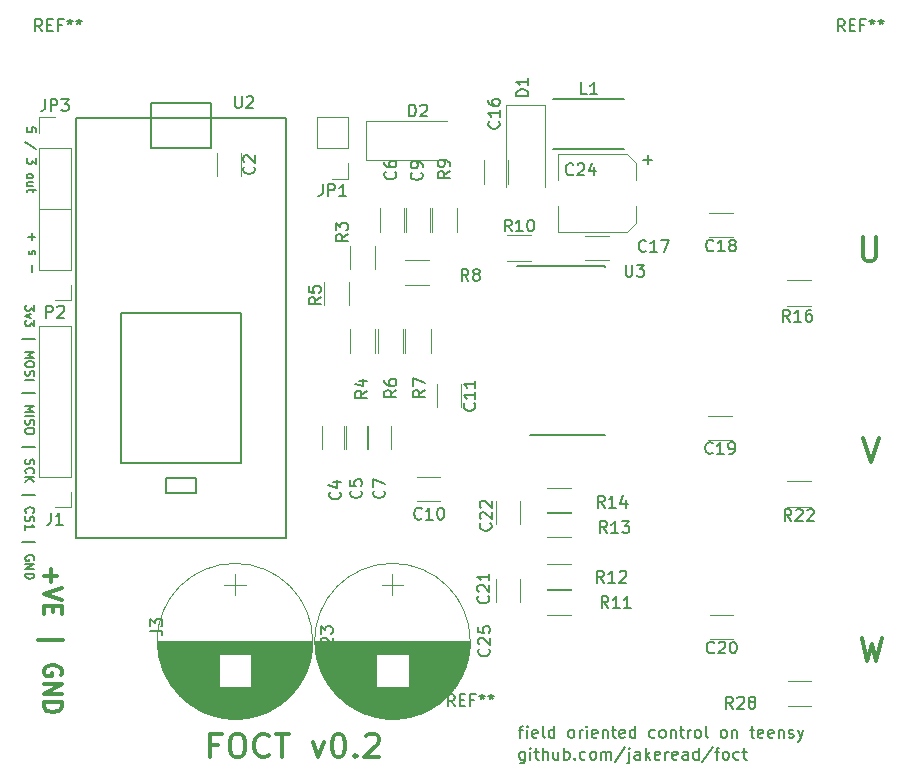
<source format=gbr>
G04 #@! TF.FileFunction,Legend,Top*
%FSLAX46Y46*%
G04 Gerber Fmt 4.6, Leading zero omitted, Abs format (unit mm)*
G04 Created by KiCad (PCBNEW 4.0.4-stable) date 08/15/17 16:15:30*
%MOMM*%
%LPD*%
G01*
G04 APERTURE LIST*
%ADD10C,0.100000*%
%ADD11C,0.300000*%
%ADD12C,0.150000*%
%ADD13C,0.187500*%
%ADD14C,0.120000*%
G04 APERTURE END LIST*
D10*
D11*
X71215357Y12271238D02*
X71691548Y10271238D01*
X72072500Y11699810D01*
X72453453Y10271238D01*
X72929643Y12271238D01*
X71342333Y29162238D02*
X72009000Y27162238D01*
X72675667Y29162238D01*
X71310571Y46180238D02*
X71310571Y44561190D01*
X71405810Y44370714D01*
X71501048Y44275476D01*
X71691524Y44180238D01*
X72072476Y44180238D01*
X72262952Y44275476D01*
X72358191Y44370714D01*
X72453429Y44561190D01*
X72453429Y46180238D01*
D12*
X42195738Y4468786D02*
X42576690Y4468786D01*
X42338595Y3802119D02*
X42338595Y4659262D01*
X42386214Y4754500D01*
X42481452Y4802119D01*
X42576690Y4802119D01*
X42910024Y3802119D02*
X42910024Y4468786D01*
X42910024Y4802119D02*
X42862405Y4754500D01*
X42910024Y4706881D01*
X42957643Y4754500D01*
X42910024Y4802119D01*
X42910024Y4706881D01*
X43767167Y3849738D02*
X43671929Y3802119D01*
X43481452Y3802119D01*
X43386214Y3849738D01*
X43338595Y3944976D01*
X43338595Y4325929D01*
X43386214Y4421167D01*
X43481452Y4468786D01*
X43671929Y4468786D01*
X43767167Y4421167D01*
X43814786Y4325929D01*
X43814786Y4230690D01*
X43338595Y4135452D01*
X44386214Y3802119D02*
X44290976Y3849738D01*
X44243357Y3944976D01*
X44243357Y4802119D01*
X45195739Y3802119D02*
X45195739Y4802119D01*
X45195739Y3849738D02*
X45100501Y3802119D01*
X44910024Y3802119D01*
X44814786Y3849738D01*
X44767167Y3897357D01*
X44719548Y3992595D01*
X44719548Y4278310D01*
X44767167Y4373548D01*
X44814786Y4421167D01*
X44910024Y4468786D01*
X45100501Y4468786D01*
X45195739Y4421167D01*
X46576691Y3802119D02*
X46481453Y3849738D01*
X46433834Y3897357D01*
X46386215Y3992595D01*
X46386215Y4278310D01*
X46433834Y4373548D01*
X46481453Y4421167D01*
X46576691Y4468786D01*
X46719549Y4468786D01*
X46814787Y4421167D01*
X46862406Y4373548D01*
X46910025Y4278310D01*
X46910025Y3992595D01*
X46862406Y3897357D01*
X46814787Y3849738D01*
X46719549Y3802119D01*
X46576691Y3802119D01*
X47338596Y3802119D02*
X47338596Y4468786D01*
X47338596Y4278310D02*
X47386215Y4373548D01*
X47433834Y4421167D01*
X47529072Y4468786D01*
X47624311Y4468786D01*
X47957644Y3802119D02*
X47957644Y4468786D01*
X47957644Y4802119D02*
X47910025Y4754500D01*
X47957644Y4706881D01*
X48005263Y4754500D01*
X47957644Y4802119D01*
X47957644Y4706881D01*
X48814787Y3849738D02*
X48719549Y3802119D01*
X48529072Y3802119D01*
X48433834Y3849738D01*
X48386215Y3944976D01*
X48386215Y4325929D01*
X48433834Y4421167D01*
X48529072Y4468786D01*
X48719549Y4468786D01*
X48814787Y4421167D01*
X48862406Y4325929D01*
X48862406Y4230690D01*
X48386215Y4135452D01*
X49290977Y4468786D02*
X49290977Y3802119D01*
X49290977Y4373548D02*
X49338596Y4421167D01*
X49433834Y4468786D01*
X49576692Y4468786D01*
X49671930Y4421167D01*
X49719549Y4325929D01*
X49719549Y3802119D01*
X50052882Y4468786D02*
X50433834Y4468786D01*
X50195739Y4802119D02*
X50195739Y3944976D01*
X50243358Y3849738D01*
X50338596Y3802119D01*
X50433834Y3802119D01*
X51148121Y3849738D02*
X51052883Y3802119D01*
X50862406Y3802119D01*
X50767168Y3849738D01*
X50719549Y3944976D01*
X50719549Y4325929D01*
X50767168Y4421167D01*
X50862406Y4468786D01*
X51052883Y4468786D01*
X51148121Y4421167D01*
X51195740Y4325929D01*
X51195740Y4230690D01*
X50719549Y4135452D01*
X52052883Y3802119D02*
X52052883Y4802119D01*
X52052883Y3849738D02*
X51957645Y3802119D01*
X51767168Y3802119D01*
X51671930Y3849738D01*
X51624311Y3897357D01*
X51576692Y3992595D01*
X51576692Y4278310D01*
X51624311Y4373548D01*
X51671930Y4421167D01*
X51767168Y4468786D01*
X51957645Y4468786D01*
X52052883Y4421167D01*
X53719550Y3849738D02*
X53624312Y3802119D01*
X53433835Y3802119D01*
X53338597Y3849738D01*
X53290978Y3897357D01*
X53243359Y3992595D01*
X53243359Y4278310D01*
X53290978Y4373548D01*
X53338597Y4421167D01*
X53433835Y4468786D01*
X53624312Y4468786D01*
X53719550Y4421167D01*
X54290978Y3802119D02*
X54195740Y3849738D01*
X54148121Y3897357D01*
X54100502Y3992595D01*
X54100502Y4278310D01*
X54148121Y4373548D01*
X54195740Y4421167D01*
X54290978Y4468786D01*
X54433836Y4468786D01*
X54529074Y4421167D01*
X54576693Y4373548D01*
X54624312Y4278310D01*
X54624312Y3992595D01*
X54576693Y3897357D01*
X54529074Y3849738D01*
X54433836Y3802119D01*
X54290978Y3802119D01*
X55052883Y4468786D02*
X55052883Y3802119D01*
X55052883Y4373548D02*
X55100502Y4421167D01*
X55195740Y4468786D01*
X55338598Y4468786D01*
X55433836Y4421167D01*
X55481455Y4325929D01*
X55481455Y3802119D01*
X55814788Y4468786D02*
X56195740Y4468786D01*
X55957645Y4802119D02*
X55957645Y3944976D01*
X56005264Y3849738D01*
X56100502Y3802119D01*
X56195740Y3802119D01*
X56529074Y3802119D02*
X56529074Y4468786D01*
X56529074Y4278310D02*
X56576693Y4373548D01*
X56624312Y4421167D01*
X56719550Y4468786D01*
X56814789Y4468786D01*
X57290979Y3802119D02*
X57195741Y3849738D01*
X57148122Y3897357D01*
X57100503Y3992595D01*
X57100503Y4278310D01*
X57148122Y4373548D01*
X57195741Y4421167D01*
X57290979Y4468786D01*
X57433837Y4468786D01*
X57529075Y4421167D01*
X57576694Y4373548D01*
X57624313Y4278310D01*
X57624313Y3992595D01*
X57576694Y3897357D01*
X57529075Y3849738D01*
X57433837Y3802119D01*
X57290979Y3802119D01*
X58195741Y3802119D02*
X58100503Y3849738D01*
X58052884Y3944976D01*
X58052884Y4802119D01*
X59481456Y3802119D02*
X59386218Y3849738D01*
X59338599Y3897357D01*
X59290980Y3992595D01*
X59290980Y4278310D01*
X59338599Y4373548D01*
X59386218Y4421167D01*
X59481456Y4468786D01*
X59624314Y4468786D01*
X59719552Y4421167D01*
X59767171Y4373548D01*
X59814790Y4278310D01*
X59814790Y3992595D01*
X59767171Y3897357D01*
X59719552Y3849738D01*
X59624314Y3802119D01*
X59481456Y3802119D01*
X60243361Y4468786D02*
X60243361Y3802119D01*
X60243361Y4373548D02*
X60290980Y4421167D01*
X60386218Y4468786D01*
X60529076Y4468786D01*
X60624314Y4421167D01*
X60671933Y4325929D01*
X60671933Y3802119D01*
X61767171Y4468786D02*
X62148123Y4468786D01*
X61910028Y4802119D02*
X61910028Y3944976D01*
X61957647Y3849738D01*
X62052885Y3802119D01*
X62148123Y3802119D01*
X62862410Y3849738D02*
X62767172Y3802119D01*
X62576695Y3802119D01*
X62481457Y3849738D01*
X62433838Y3944976D01*
X62433838Y4325929D01*
X62481457Y4421167D01*
X62576695Y4468786D01*
X62767172Y4468786D01*
X62862410Y4421167D01*
X62910029Y4325929D01*
X62910029Y4230690D01*
X62433838Y4135452D01*
X63719553Y3849738D02*
X63624315Y3802119D01*
X63433838Y3802119D01*
X63338600Y3849738D01*
X63290981Y3944976D01*
X63290981Y4325929D01*
X63338600Y4421167D01*
X63433838Y4468786D01*
X63624315Y4468786D01*
X63719553Y4421167D01*
X63767172Y4325929D01*
X63767172Y4230690D01*
X63290981Y4135452D01*
X64195743Y4468786D02*
X64195743Y3802119D01*
X64195743Y4373548D02*
X64243362Y4421167D01*
X64338600Y4468786D01*
X64481458Y4468786D01*
X64576696Y4421167D01*
X64624315Y4325929D01*
X64624315Y3802119D01*
X65052886Y3849738D02*
X65148124Y3802119D01*
X65338600Y3802119D01*
X65433839Y3849738D01*
X65481458Y3944976D01*
X65481458Y3992595D01*
X65433839Y4087833D01*
X65338600Y4135452D01*
X65195743Y4135452D01*
X65100505Y4183071D01*
X65052886Y4278310D01*
X65052886Y4325929D01*
X65100505Y4421167D01*
X65195743Y4468786D01*
X65338600Y4468786D01*
X65433839Y4421167D01*
X65814791Y4468786D02*
X66052886Y3802119D01*
X66290982Y4468786D02*
X66052886Y3802119D01*
X65957648Y3564024D01*
X65910029Y3516405D01*
X65814791Y3468786D01*
X42696952Y2627286D02*
X42696952Y1817762D01*
X42649333Y1722524D01*
X42601714Y1674905D01*
X42506475Y1627286D01*
X42363618Y1627286D01*
X42268380Y1674905D01*
X42696952Y2008238D02*
X42601714Y1960619D01*
X42411237Y1960619D01*
X42315999Y2008238D01*
X42268380Y2055857D01*
X42220761Y2151095D01*
X42220761Y2436810D01*
X42268380Y2532048D01*
X42315999Y2579667D01*
X42411237Y2627286D01*
X42601714Y2627286D01*
X42696952Y2579667D01*
X43173142Y1960619D02*
X43173142Y2627286D01*
X43173142Y2960619D02*
X43125523Y2913000D01*
X43173142Y2865381D01*
X43220761Y2913000D01*
X43173142Y2960619D01*
X43173142Y2865381D01*
X43506475Y2627286D02*
X43887427Y2627286D01*
X43649332Y2960619D02*
X43649332Y2103476D01*
X43696951Y2008238D01*
X43792189Y1960619D01*
X43887427Y1960619D01*
X44220761Y1960619D02*
X44220761Y2960619D01*
X44649333Y1960619D02*
X44649333Y2484429D01*
X44601714Y2579667D01*
X44506476Y2627286D01*
X44363618Y2627286D01*
X44268380Y2579667D01*
X44220761Y2532048D01*
X45554095Y2627286D02*
X45554095Y1960619D01*
X45125523Y2627286D02*
X45125523Y2103476D01*
X45173142Y2008238D01*
X45268380Y1960619D01*
X45411238Y1960619D01*
X45506476Y2008238D01*
X45554095Y2055857D01*
X46030285Y1960619D02*
X46030285Y2960619D01*
X46030285Y2579667D02*
X46125523Y2627286D01*
X46316000Y2627286D01*
X46411238Y2579667D01*
X46458857Y2532048D01*
X46506476Y2436810D01*
X46506476Y2151095D01*
X46458857Y2055857D01*
X46411238Y2008238D01*
X46316000Y1960619D01*
X46125523Y1960619D01*
X46030285Y2008238D01*
X46935047Y2055857D02*
X46982666Y2008238D01*
X46935047Y1960619D01*
X46887428Y2008238D01*
X46935047Y2055857D01*
X46935047Y1960619D01*
X47839809Y2008238D02*
X47744571Y1960619D01*
X47554094Y1960619D01*
X47458856Y2008238D01*
X47411237Y2055857D01*
X47363618Y2151095D01*
X47363618Y2436810D01*
X47411237Y2532048D01*
X47458856Y2579667D01*
X47554094Y2627286D01*
X47744571Y2627286D01*
X47839809Y2579667D01*
X48411237Y1960619D02*
X48315999Y2008238D01*
X48268380Y2055857D01*
X48220761Y2151095D01*
X48220761Y2436810D01*
X48268380Y2532048D01*
X48315999Y2579667D01*
X48411237Y2627286D01*
X48554095Y2627286D01*
X48649333Y2579667D01*
X48696952Y2532048D01*
X48744571Y2436810D01*
X48744571Y2151095D01*
X48696952Y2055857D01*
X48649333Y2008238D01*
X48554095Y1960619D01*
X48411237Y1960619D01*
X49173142Y1960619D02*
X49173142Y2627286D01*
X49173142Y2532048D02*
X49220761Y2579667D01*
X49315999Y2627286D01*
X49458857Y2627286D01*
X49554095Y2579667D01*
X49601714Y2484429D01*
X49601714Y1960619D01*
X49601714Y2484429D02*
X49649333Y2579667D01*
X49744571Y2627286D01*
X49887428Y2627286D01*
X49982666Y2579667D01*
X50030285Y2484429D01*
X50030285Y1960619D01*
X51220761Y3008238D02*
X50363618Y1722524D01*
X51554094Y2627286D02*
X51554094Y1770143D01*
X51506475Y1674905D01*
X51411237Y1627286D01*
X51363618Y1627286D01*
X51554094Y2960619D02*
X51506475Y2913000D01*
X51554094Y2865381D01*
X51601713Y2913000D01*
X51554094Y2960619D01*
X51554094Y2865381D01*
X52458856Y1960619D02*
X52458856Y2484429D01*
X52411237Y2579667D01*
X52315999Y2627286D01*
X52125522Y2627286D01*
X52030284Y2579667D01*
X52458856Y2008238D02*
X52363618Y1960619D01*
X52125522Y1960619D01*
X52030284Y2008238D01*
X51982665Y2103476D01*
X51982665Y2198714D01*
X52030284Y2293952D01*
X52125522Y2341571D01*
X52363618Y2341571D01*
X52458856Y2389190D01*
X52935046Y1960619D02*
X52935046Y2960619D01*
X53030284Y2341571D02*
X53315999Y1960619D01*
X53315999Y2627286D02*
X52935046Y2246333D01*
X54125523Y2008238D02*
X54030285Y1960619D01*
X53839808Y1960619D01*
X53744570Y2008238D01*
X53696951Y2103476D01*
X53696951Y2484429D01*
X53744570Y2579667D01*
X53839808Y2627286D01*
X54030285Y2627286D01*
X54125523Y2579667D01*
X54173142Y2484429D01*
X54173142Y2389190D01*
X53696951Y2293952D01*
X54601713Y1960619D02*
X54601713Y2627286D01*
X54601713Y2436810D02*
X54649332Y2532048D01*
X54696951Y2579667D01*
X54792189Y2627286D01*
X54887428Y2627286D01*
X55601714Y2008238D02*
X55506476Y1960619D01*
X55315999Y1960619D01*
X55220761Y2008238D01*
X55173142Y2103476D01*
X55173142Y2484429D01*
X55220761Y2579667D01*
X55315999Y2627286D01*
X55506476Y2627286D01*
X55601714Y2579667D01*
X55649333Y2484429D01*
X55649333Y2389190D01*
X55173142Y2293952D01*
X56506476Y1960619D02*
X56506476Y2484429D01*
X56458857Y2579667D01*
X56363619Y2627286D01*
X56173142Y2627286D01*
X56077904Y2579667D01*
X56506476Y2008238D02*
X56411238Y1960619D01*
X56173142Y1960619D01*
X56077904Y2008238D01*
X56030285Y2103476D01*
X56030285Y2198714D01*
X56077904Y2293952D01*
X56173142Y2341571D01*
X56411238Y2341571D01*
X56506476Y2389190D01*
X57411238Y1960619D02*
X57411238Y2960619D01*
X57411238Y2008238D02*
X57316000Y1960619D01*
X57125523Y1960619D01*
X57030285Y2008238D01*
X56982666Y2055857D01*
X56935047Y2151095D01*
X56935047Y2436810D01*
X56982666Y2532048D01*
X57030285Y2579667D01*
X57125523Y2627286D01*
X57316000Y2627286D01*
X57411238Y2579667D01*
X58601714Y3008238D02*
X57744571Y1722524D01*
X58792190Y2627286D02*
X59173142Y2627286D01*
X58935047Y1960619D02*
X58935047Y2817762D01*
X58982666Y2913000D01*
X59077904Y2960619D01*
X59173142Y2960619D01*
X59649333Y1960619D02*
X59554095Y2008238D01*
X59506476Y2055857D01*
X59458857Y2151095D01*
X59458857Y2436810D01*
X59506476Y2532048D01*
X59554095Y2579667D01*
X59649333Y2627286D01*
X59792191Y2627286D01*
X59887429Y2579667D01*
X59935048Y2532048D01*
X59982667Y2436810D01*
X59982667Y2151095D01*
X59935048Y2055857D01*
X59887429Y2008238D01*
X59792191Y1960619D01*
X59649333Y1960619D01*
X60839810Y2008238D02*
X60744572Y1960619D01*
X60554095Y1960619D01*
X60458857Y2008238D01*
X60411238Y2055857D01*
X60363619Y2151095D01*
X60363619Y2436810D01*
X60411238Y2532048D01*
X60458857Y2579667D01*
X60554095Y2627286D01*
X60744572Y2627286D01*
X60839810Y2579667D01*
X61125524Y2627286D02*
X61506476Y2627286D01*
X61268381Y2960619D02*
X61268381Y2103476D01*
X61316000Y2008238D01*
X61411238Y1960619D01*
X61506476Y1960619D01*
D11*
X16748928Y3190857D02*
X16082261Y3190857D01*
X16082261Y2143238D02*
X16082261Y4143238D01*
X17034642Y4143238D01*
X18177500Y4143238D02*
X18558452Y4143238D01*
X18748928Y4048000D01*
X18939405Y3857524D01*
X19034643Y3476571D01*
X19034643Y2809905D01*
X18939405Y2428952D01*
X18748928Y2238476D01*
X18558452Y2143238D01*
X18177500Y2143238D01*
X17987024Y2238476D01*
X17796547Y2428952D01*
X17701309Y2809905D01*
X17701309Y3476571D01*
X17796547Y3857524D01*
X17987024Y4048000D01*
X18177500Y4143238D01*
X21034643Y2333714D02*
X20939405Y2238476D01*
X20653690Y2143238D01*
X20463214Y2143238D01*
X20177500Y2238476D01*
X19987024Y2428952D01*
X19891785Y2619429D01*
X19796547Y3000381D01*
X19796547Y3286095D01*
X19891785Y3667048D01*
X19987024Y3857524D01*
X20177500Y4048000D01*
X20463214Y4143238D01*
X20653690Y4143238D01*
X20939405Y4048000D01*
X21034643Y3952762D01*
X21606071Y4143238D02*
X22748928Y4143238D01*
X22177500Y2143238D02*
X22177500Y4143238D01*
X24748929Y3476571D02*
X25225120Y2143238D01*
X25701310Y3476571D01*
X26844168Y4143238D02*
X27034644Y4143238D01*
X27225120Y4048000D01*
X27320358Y3952762D01*
X27415596Y3762286D01*
X27510835Y3381333D01*
X27510835Y2905143D01*
X27415596Y2524190D01*
X27320358Y2333714D01*
X27225120Y2238476D01*
X27034644Y2143238D01*
X26844168Y2143238D01*
X26653692Y2238476D01*
X26558454Y2333714D01*
X26463215Y2524190D01*
X26367977Y2905143D01*
X26367977Y3381333D01*
X26463215Y3762286D01*
X26558454Y3952762D01*
X26653692Y4048000D01*
X26844168Y4143238D01*
X28367977Y2333714D02*
X28463216Y2238476D01*
X28367977Y2143238D01*
X28272739Y2238476D01*
X28367977Y2333714D01*
X28367977Y2143238D01*
X29225120Y3952762D02*
X29320358Y4048000D01*
X29510835Y4143238D01*
X29987025Y4143238D01*
X30177501Y4048000D01*
X30272739Y3952762D01*
X30367978Y3762286D01*
X30367978Y3571810D01*
X30272739Y3286095D01*
X29129882Y2143238D01*
X30367978Y2143238D01*
D12*
X1172714Y40418289D02*
X1172714Y39954003D01*
X887000Y40204003D01*
X887000Y40096861D01*
X851286Y40025432D01*
X815571Y39989718D01*
X744143Y39954003D01*
X565571Y39954003D01*
X494143Y39989718D01*
X458429Y40025432D01*
X422714Y40096861D01*
X422714Y40311146D01*
X458429Y40382575D01*
X494143Y40418289D01*
X922714Y39704003D02*
X422714Y39525432D01*
X922714Y39346860D01*
X1172714Y39132574D02*
X1172714Y38668288D01*
X887000Y38918288D01*
X887000Y38811146D01*
X851286Y38739717D01*
X815571Y38704003D01*
X744143Y38668288D01*
X565571Y38668288D01*
X494143Y38704003D01*
X458429Y38739717D01*
X422714Y38811146D01*
X422714Y39025431D01*
X458429Y39096860D01*
X494143Y39132574D01*
X172714Y37596859D02*
X1244143Y37596859D01*
X422714Y36489716D02*
X1172714Y36489716D01*
X637000Y36239716D01*
X1172714Y35989716D01*
X422714Y35989716D01*
X1172714Y35489715D02*
X1172714Y35346858D01*
X1137000Y35275430D01*
X1065571Y35204001D01*
X922714Y35168287D01*
X672714Y35168287D01*
X529857Y35204001D01*
X458429Y35275430D01*
X422714Y35346858D01*
X422714Y35489715D01*
X458429Y35561144D01*
X529857Y35632573D01*
X672714Y35668287D01*
X922714Y35668287D01*
X1065571Y35632573D01*
X1137000Y35561144D01*
X1172714Y35489715D01*
X458429Y34882573D02*
X422714Y34775430D01*
X422714Y34596859D01*
X458429Y34525430D01*
X494143Y34489716D01*
X565571Y34454001D01*
X637000Y34454001D01*
X708429Y34489716D01*
X744143Y34525430D01*
X779857Y34596859D01*
X815571Y34739716D01*
X851286Y34811144D01*
X887000Y34846859D01*
X958429Y34882573D01*
X1029857Y34882573D01*
X1101286Y34846859D01*
X1137000Y34811144D01*
X1172714Y34739716D01*
X1172714Y34561144D01*
X1137000Y34454001D01*
X422714Y34132573D02*
X1172714Y34132573D01*
X172714Y33025429D02*
X1244143Y33025429D01*
X422714Y31918286D02*
X1172714Y31918286D01*
X637000Y31668286D01*
X1172714Y31418286D01*
X422714Y31418286D01*
X422714Y31061143D02*
X1172714Y31061143D01*
X458429Y30739714D02*
X422714Y30632571D01*
X422714Y30454000D01*
X458429Y30382571D01*
X494143Y30346857D01*
X565571Y30311142D01*
X637000Y30311142D01*
X708429Y30346857D01*
X744143Y30382571D01*
X779857Y30454000D01*
X815571Y30596857D01*
X851286Y30668285D01*
X887000Y30704000D01*
X958429Y30739714D01*
X1029857Y30739714D01*
X1101286Y30704000D01*
X1137000Y30668285D01*
X1172714Y30596857D01*
X1172714Y30418285D01*
X1137000Y30311142D01*
X1172714Y29846856D02*
X1172714Y29703999D01*
X1137000Y29632571D01*
X1065571Y29561142D01*
X922714Y29525428D01*
X672714Y29525428D01*
X529857Y29561142D01*
X458429Y29632571D01*
X422714Y29703999D01*
X422714Y29846856D01*
X458429Y29918285D01*
X529857Y29989714D01*
X672714Y30025428D01*
X922714Y30025428D01*
X1065571Y29989714D01*
X1137000Y29918285D01*
X1172714Y29846856D01*
X172714Y28453999D02*
X1244143Y28453999D01*
X458429Y27382570D02*
X422714Y27275427D01*
X422714Y27096856D01*
X458429Y27025427D01*
X494143Y26989713D01*
X565571Y26953998D01*
X637000Y26953998D01*
X708429Y26989713D01*
X744143Y27025427D01*
X779857Y27096856D01*
X815571Y27239713D01*
X851286Y27311141D01*
X887000Y27346856D01*
X958429Y27382570D01*
X1029857Y27382570D01*
X1101286Y27346856D01*
X1137000Y27311141D01*
X1172714Y27239713D01*
X1172714Y27061141D01*
X1137000Y26953998D01*
X494143Y26203998D02*
X458429Y26239712D01*
X422714Y26346855D01*
X422714Y26418284D01*
X458429Y26525427D01*
X529857Y26596855D01*
X601286Y26632570D01*
X744143Y26668284D01*
X851286Y26668284D01*
X994143Y26632570D01*
X1065571Y26596855D01*
X1137000Y26525427D01*
X1172714Y26418284D01*
X1172714Y26346855D01*
X1137000Y26239712D01*
X1101286Y26203998D01*
X422714Y25882570D02*
X1172714Y25882570D01*
X422714Y25453998D02*
X851286Y25775427D01*
X1172714Y25453998D02*
X744143Y25882570D01*
X172714Y24382569D02*
X1244143Y24382569D01*
X494143Y22846854D02*
X458429Y22882568D01*
X422714Y22989711D01*
X422714Y23061140D01*
X458429Y23168283D01*
X529857Y23239711D01*
X601286Y23275426D01*
X744143Y23311140D01*
X851286Y23311140D01*
X994143Y23275426D01*
X1065571Y23239711D01*
X1137000Y23168283D01*
X1172714Y23061140D01*
X1172714Y22989711D01*
X1137000Y22882568D01*
X1101286Y22846854D01*
X458429Y22561140D02*
X422714Y22453997D01*
X422714Y22275426D01*
X458429Y22203997D01*
X494143Y22168283D01*
X565571Y22132568D01*
X637000Y22132568D01*
X708429Y22168283D01*
X744143Y22203997D01*
X779857Y22275426D01*
X815571Y22418283D01*
X851286Y22489711D01*
X887000Y22525426D01*
X958429Y22561140D01*
X1029857Y22561140D01*
X1101286Y22525426D01*
X1137000Y22489711D01*
X1172714Y22418283D01*
X1172714Y22239711D01*
X1137000Y22132568D01*
X422714Y21418282D02*
X422714Y21846854D01*
X422714Y21632568D02*
X1172714Y21632568D01*
X1065571Y21703997D01*
X994143Y21775425D01*
X958429Y21846854D01*
X172714Y20346853D02*
X1244143Y20346853D01*
X1137000Y18846852D02*
X1172714Y18918281D01*
X1172714Y19025424D01*
X1137000Y19132567D01*
X1065571Y19203995D01*
X994143Y19239710D01*
X851286Y19275424D01*
X744143Y19275424D01*
X601286Y19239710D01*
X529857Y19203995D01*
X458429Y19132567D01*
X422714Y19025424D01*
X422714Y18953995D01*
X458429Y18846852D01*
X494143Y18811138D01*
X744143Y18811138D01*
X744143Y18953995D01*
X422714Y18489710D02*
X1172714Y18489710D01*
X422714Y18061138D01*
X1172714Y18061138D01*
X422714Y17703996D02*
X1172714Y17703996D01*
X1172714Y17525424D01*
X1137000Y17418281D01*
X1065571Y17346853D01*
X994143Y17311138D01*
X851286Y17275424D01*
X744143Y17275424D01*
X601286Y17311138D01*
X529857Y17346853D01*
X458429Y17418281D01*
X422714Y17525424D01*
X422714Y17703996D01*
X942571Y43269500D02*
X942571Y43840929D01*
X1192571Y44733786D02*
X1228286Y44805215D01*
X1228286Y44948072D01*
X1192571Y45019500D01*
X1121143Y45055215D01*
X1085429Y45055215D01*
X1014000Y45019500D01*
X978286Y44948072D01*
X978286Y44840929D01*
X942571Y44769500D01*
X871143Y44733786D01*
X835429Y44733786D01*
X764000Y44769500D01*
X728286Y44840929D01*
X728286Y44948072D01*
X764000Y45019500D01*
X942571Y45948072D02*
X942571Y46519501D01*
X1228286Y46233787D02*
X656857Y46233787D01*
D13*
X1299714Y55089929D02*
X1299714Y55447072D01*
X942571Y55482786D01*
X978286Y55447072D01*
X1014000Y55375643D01*
X1014000Y55197072D01*
X978286Y55125643D01*
X942571Y55089929D01*
X871143Y55054214D01*
X692571Y55054214D01*
X621143Y55089929D01*
X585429Y55125643D01*
X549714Y55197072D01*
X549714Y55375643D01*
X585429Y55447072D01*
X621143Y55482786D01*
X1335429Y53625642D02*
X371143Y54268499D01*
X1299714Y52875642D02*
X1299714Y52411356D01*
X1014000Y52661356D01*
X1014000Y52554214D01*
X978286Y52482785D01*
X942571Y52447071D01*
X871143Y52411356D01*
X692571Y52411356D01*
X621143Y52447071D01*
X585429Y52482785D01*
X549714Y52554214D01*
X549714Y52768499D01*
X585429Y52839928D01*
X621143Y52875642D01*
X549714Y51411356D02*
X585429Y51482784D01*
X621143Y51518499D01*
X692571Y51554213D01*
X906857Y51554213D01*
X978286Y51518499D01*
X1014000Y51482784D01*
X1049714Y51411356D01*
X1049714Y51304213D01*
X1014000Y51232784D01*
X978286Y51197070D01*
X906857Y51161356D01*
X692571Y51161356D01*
X621143Y51197070D01*
X585429Y51232784D01*
X549714Y51304213D01*
X549714Y51411356D01*
X1049714Y50518499D02*
X549714Y50518499D01*
X1049714Y50839928D02*
X656857Y50839928D01*
X585429Y50804213D01*
X549714Y50732785D01*
X549714Y50625642D01*
X585429Y50554213D01*
X621143Y50518499D01*
X1049714Y50268499D02*
X1049714Y49982785D01*
X1299714Y50161357D02*
X656857Y50161357D01*
X585429Y50125642D01*
X549714Y50054214D01*
X549714Y49982785D01*
D11*
X2559857Y18100714D02*
X2559857Y16957857D01*
X1988429Y17529286D02*
X3131286Y17529286D01*
X3488429Y16457857D02*
X1988429Y15957857D01*
X3488429Y15457857D01*
X2774143Y14957857D02*
X2774143Y14457857D01*
X1988429Y14243571D02*
X1988429Y14957857D01*
X3488429Y14957857D01*
X3488429Y14243571D01*
X1488429Y12100714D02*
X3631286Y12100714D01*
X3417000Y9100715D02*
X3488429Y9243572D01*
X3488429Y9457858D01*
X3417000Y9672143D01*
X3274143Y9815001D01*
X3131286Y9886429D01*
X2845571Y9957858D01*
X2631286Y9957858D01*
X2345571Y9886429D01*
X2202714Y9815001D01*
X2059857Y9672143D01*
X1988429Y9457858D01*
X1988429Y9315001D01*
X2059857Y9100715D01*
X2131286Y9029286D01*
X2631286Y9029286D01*
X2631286Y9315001D01*
X1988429Y8386429D02*
X3488429Y8386429D01*
X1988429Y7529286D01*
X3488429Y7529286D01*
X1988429Y6815000D02*
X3488429Y6815000D01*
X3488429Y6457857D01*
X3417000Y6243572D01*
X3274143Y6100714D01*
X3131286Y6029286D01*
X2845571Y5957857D01*
X2631286Y5957857D01*
X2345571Y6029286D01*
X2202714Y6100714D01*
X2059857Y6243572D01*
X1988429Y6457857D01*
X1988429Y6815000D01*
D14*
X58309000Y46160500D02*
X60309000Y46160500D01*
X60309000Y48200500D02*
X58309000Y48200500D01*
X44385500Y57359000D02*
X41085500Y57359000D01*
X41085500Y57359000D02*
X41085500Y50459000D01*
X44385500Y57359000D02*
X44385500Y50459000D01*
X18673000Y51324000D02*
X18673000Y53324000D01*
X16633000Y53324000D02*
X16633000Y51324000D01*
X27563000Y28210000D02*
X27563000Y30210000D01*
X25523000Y30210000D02*
X25523000Y28210000D01*
X29468000Y28210000D02*
X29468000Y30210000D01*
X27428000Y30210000D02*
X27428000Y28210000D01*
X30412500Y48625000D02*
X30412500Y46625000D01*
X32452500Y46625000D02*
X32452500Y48625000D01*
X31373000Y28210000D02*
X31373000Y30210000D01*
X29333000Y30210000D02*
X29333000Y28210000D01*
X32635000Y48625000D02*
X32635000Y46625000D01*
X34675000Y46625000D02*
X34675000Y48625000D01*
X33544000Y23872000D02*
X35544000Y23872000D01*
X35544000Y25912000D02*
X33544000Y25912000D01*
X37342000Y31766000D02*
X37342000Y33766000D01*
X35302000Y33766000D02*
X35302000Y31766000D01*
X39239000Y52689000D02*
X39239000Y50689000D01*
X41279000Y50689000D02*
X41279000Y52689000D01*
X49831500Y46295500D02*
X47831500Y46295500D01*
X47831500Y44255500D02*
X49831500Y44255500D01*
X58245500Y29015500D02*
X60245500Y29015500D01*
X60245500Y31055500D02*
X58245500Y31055500D01*
X58372500Y12124500D02*
X60372500Y12124500D01*
X60372500Y14164500D02*
X58372500Y14164500D01*
X42295000Y15256000D02*
X42295000Y17256000D01*
X40255000Y17256000D02*
X40255000Y15256000D01*
X42295000Y21860000D02*
X42295000Y23860000D01*
X40255000Y23860000D02*
X40255000Y21860000D01*
X52131500Y52451000D02*
X52131500Y51031000D01*
X45531500Y53211000D02*
X45531500Y51031000D01*
X45531500Y46611000D02*
X45531500Y48791000D01*
X52131500Y47371000D02*
X52131500Y48791000D01*
X45531500Y53211000D02*
X51371500Y53211000D01*
X51371500Y53211000D02*
X52131500Y52451000D01*
X52131500Y47371000D02*
X51371500Y46611000D01*
X51371500Y46611000D02*
X45531500Y46611000D01*
X29255000Y56006000D02*
X29255000Y52706000D01*
X29255000Y52706000D02*
X36155000Y52706000D01*
X29255000Y56006000D02*
X36155000Y56006000D01*
X4251000Y38668000D02*
X1591000Y38668000D01*
X4251000Y25908000D02*
X4251000Y38668000D01*
X1591000Y25908000D02*
X1591000Y38668000D01*
X4251000Y25908000D02*
X1591000Y25908000D01*
X4251000Y24638000D02*
X4251000Y23308000D01*
X4251000Y23308000D02*
X2921000Y23308000D01*
X27746000Y56321000D02*
X25086000Y56321000D01*
X27746000Y53721000D02*
X27746000Y56321000D01*
X25086000Y53721000D02*
X25086000Y56321000D01*
X27746000Y53721000D02*
X25086000Y53721000D01*
X27746000Y52451000D02*
X27746000Y51121000D01*
X27746000Y51121000D02*
X26416000Y51121000D01*
X1591000Y48581000D02*
X4251000Y48581000D01*
X1591000Y53721000D02*
X1591000Y48581000D01*
X4251000Y53721000D02*
X4251000Y48581000D01*
X1591000Y53721000D02*
X4251000Y53721000D01*
X1591000Y54991000D02*
X1591000Y56321000D01*
X1591000Y56321000D02*
X2921000Y56321000D01*
D12*
X51069500Y53653000D02*
X45069500Y53653000D01*
X51069500Y57853000D02*
X45069500Y57853000D01*
D14*
X4251000Y48574000D02*
X1591000Y48574000D01*
X4251000Y43434000D02*
X4251000Y48574000D01*
X1591000Y43434000D02*
X1591000Y48574000D01*
X4251000Y43434000D02*
X1591000Y43434000D01*
X4251000Y42164000D02*
X4251000Y40834000D01*
X4251000Y40834000D02*
X2921000Y40834000D01*
X30026000Y45450000D02*
X30026000Y43450000D01*
X27886000Y43450000D02*
X27886000Y45450000D01*
X30026000Y38401500D02*
X30026000Y36401500D01*
X27886000Y36401500D02*
X27886000Y38401500D01*
X27803500Y42402000D02*
X27803500Y40402000D01*
X25663500Y40402000D02*
X25663500Y42402000D01*
X32375500Y38401500D02*
X32375500Y36401500D01*
X30235500Y36401500D02*
X30235500Y38401500D01*
X34725000Y38401500D02*
X34725000Y36401500D01*
X32585000Y36401500D02*
X32585000Y38401500D01*
X34591500Y42110000D02*
X32591500Y42110000D01*
X32591500Y44250000D02*
X34591500Y44250000D01*
X36947500Y48625000D02*
X36947500Y46625000D01*
X34807500Y46625000D02*
X34807500Y48625000D01*
X43227500Y44205500D02*
X41227500Y44205500D01*
X41227500Y46345500D02*
X43227500Y46345500D01*
X44593000Y16310000D02*
X46593000Y16310000D01*
X46593000Y14170000D02*
X44593000Y14170000D01*
X44593000Y18532500D02*
X46593000Y18532500D01*
X46593000Y16392500D02*
X44593000Y16392500D01*
X44593000Y22914000D02*
X46593000Y22914000D01*
X46593000Y20774000D02*
X44593000Y20774000D01*
X44593000Y24946000D02*
X46593000Y24946000D01*
X46593000Y22806000D02*
X44593000Y22806000D01*
X66913000Y40395500D02*
X64913000Y40395500D01*
X64913000Y42535500D02*
X66913000Y42535500D01*
X66913000Y23377500D02*
X64913000Y23377500D01*
X64913000Y25517500D02*
X66913000Y25517500D01*
X66976500Y6486500D02*
X64976500Y6486500D01*
X64976500Y8626500D02*
X66976500Y8626500D01*
D12*
X12319000Y25781000D02*
X14859000Y25781000D01*
X14859000Y25781000D02*
X14859000Y24511000D01*
X14859000Y24511000D02*
X12319000Y24511000D01*
X12319000Y24511000D02*
X12319000Y25781000D01*
X8509000Y39751000D02*
X8509000Y27051000D01*
X8509000Y27051000D02*
X18669000Y27051000D01*
X18669000Y27051000D02*
X18669000Y39751000D01*
X18669000Y39751000D02*
X8509000Y39751000D01*
X11049000Y57531000D02*
X11049000Y53721000D01*
X11049000Y53721000D02*
X16129000Y53721000D01*
X16129000Y53721000D02*
X16129000Y57531000D01*
X16129000Y57531000D02*
X11049000Y57531000D01*
X4699000Y56261000D02*
X4699000Y20701000D01*
X4699000Y20701000D02*
X22479000Y20701000D01*
X22479000Y20701000D02*
X22479000Y56261000D01*
X22479000Y56261000D02*
X4699000Y56261000D01*
X49466500Y43701000D02*
X49466500Y43693500D01*
X49466500Y29451000D02*
X49466500Y29458500D01*
X43116500Y29451000D02*
X43116500Y29458500D01*
X42041500Y43776000D02*
X49466500Y43776000D01*
X43116500Y29451000D02*
X49466500Y29451000D01*
D14*
X24751000Y11978000D02*
G75*
G03X24751000Y11978000I-6590000J0D01*
G01*
X24711000Y11978000D02*
X11611000Y11978000D01*
X24711000Y11938000D02*
X11611000Y11938000D01*
X24711000Y11898000D02*
X11611000Y11898000D01*
X24710000Y11858000D02*
X11612000Y11858000D01*
X24710000Y11818000D02*
X11612000Y11818000D01*
X24708000Y11778000D02*
X11614000Y11778000D01*
X24707000Y11738000D02*
X11615000Y11738000D01*
X24706000Y11698000D02*
X11616000Y11698000D01*
X24704000Y11658000D02*
X11618000Y11658000D01*
X24702000Y11618000D02*
X11620000Y11618000D01*
X24699000Y11578000D02*
X11623000Y11578000D01*
X24697000Y11538000D02*
X11625000Y11538000D01*
X24694000Y11498000D02*
X11628000Y11498000D01*
X24691000Y11458000D02*
X11631000Y11458000D01*
X24688000Y11418000D02*
X11634000Y11418000D01*
X24684000Y11378000D02*
X11638000Y11378000D01*
X24680000Y11338000D02*
X11642000Y11338000D01*
X24676000Y11298000D02*
X11646000Y11298000D01*
X24672000Y11257000D02*
X11650000Y11257000D01*
X24668000Y11217000D02*
X11654000Y11217000D01*
X24663000Y11177000D02*
X11659000Y11177000D01*
X24658000Y11137000D02*
X11664000Y11137000D01*
X24652000Y11097000D02*
X11670000Y11097000D01*
X24647000Y11057000D02*
X11675000Y11057000D01*
X24641000Y11017000D02*
X11681000Y11017000D01*
X24635000Y10977000D02*
X11687000Y10977000D01*
X24629000Y10937000D02*
X11693000Y10937000D01*
X24622000Y10897000D02*
X11700000Y10897000D01*
X24616000Y10857000D02*
X19541000Y10857000D01*
X16781000Y10857000D02*
X11706000Y10857000D01*
X24609000Y10817000D02*
X19541000Y10817000D01*
X16781000Y10817000D02*
X11713000Y10817000D01*
X24601000Y10777000D02*
X19541000Y10777000D01*
X16781000Y10777000D02*
X11721000Y10777000D01*
X24594000Y10737000D02*
X19541000Y10737000D01*
X16781000Y10737000D02*
X11728000Y10737000D01*
X24586000Y10697000D02*
X19541000Y10697000D01*
X16781000Y10697000D02*
X11736000Y10697000D01*
X24578000Y10657000D02*
X19541000Y10657000D01*
X16781000Y10657000D02*
X11744000Y10657000D01*
X24570000Y10617000D02*
X19541000Y10617000D01*
X16781000Y10617000D02*
X11752000Y10617000D01*
X24561000Y10577000D02*
X19541000Y10577000D01*
X16781000Y10577000D02*
X11761000Y10577000D01*
X24552000Y10537000D02*
X19541000Y10537000D01*
X16781000Y10537000D02*
X11770000Y10537000D01*
X24543000Y10497000D02*
X19541000Y10497000D01*
X16781000Y10497000D02*
X11779000Y10497000D01*
X24534000Y10457000D02*
X19541000Y10457000D01*
X16781000Y10457000D02*
X11788000Y10457000D01*
X24524000Y10417000D02*
X19541000Y10417000D01*
X16781000Y10417000D02*
X11798000Y10417000D01*
X24514000Y10377000D02*
X19541000Y10377000D01*
X16781000Y10377000D02*
X11808000Y10377000D01*
X24504000Y10337000D02*
X19541000Y10337000D01*
X16781000Y10337000D02*
X11818000Y10337000D01*
X24494000Y10297000D02*
X19541000Y10297000D01*
X16781000Y10297000D02*
X11828000Y10297000D01*
X24483000Y10257000D02*
X19541000Y10257000D01*
X16781000Y10257000D02*
X11839000Y10257000D01*
X24472000Y10217000D02*
X19541000Y10217000D01*
X16781000Y10217000D02*
X11850000Y10217000D01*
X24461000Y10177000D02*
X19541000Y10177000D01*
X16781000Y10177000D02*
X11861000Y10177000D01*
X24449000Y10137000D02*
X19541000Y10137000D01*
X16781000Y10137000D02*
X11873000Y10137000D01*
X24438000Y10097000D02*
X19541000Y10097000D01*
X16781000Y10097000D02*
X11884000Y10097000D01*
X24426000Y10057000D02*
X19541000Y10057000D01*
X16781000Y10057000D02*
X11896000Y10057000D01*
X24413000Y10017000D02*
X19541000Y10017000D01*
X16781000Y10017000D02*
X11909000Y10017000D01*
X24401000Y9977000D02*
X19541000Y9977000D01*
X16781000Y9977000D02*
X11921000Y9977000D01*
X24388000Y9937000D02*
X19541000Y9937000D01*
X16781000Y9937000D02*
X11934000Y9937000D01*
X24375000Y9897000D02*
X19541000Y9897000D01*
X16781000Y9897000D02*
X11947000Y9897000D01*
X24361000Y9857000D02*
X19541000Y9857000D01*
X16781000Y9857000D02*
X11961000Y9857000D01*
X24347000Y9817000D02*
X19541000Y9817000D01*
X16781000Y9817000D02*
X11975000Y9817000D01*
X24333000Y9777000D02*
X19541000Y9777000D01*
X16781000Y9777000D02*
X11989000Y9777000D01*
X24319000Y9737000D02*
X19541000Y9737000D01*
X16781000Y9737000D02*
X12003000Y9737000D01*
X24305000Y9697000D02*
X19541000Y9697000D01*
X16781000Y9697000D02*
X12017000Y9697000D01*
X24290000Y9657000D02*
X19541000Y9657000D01*
X16781000Y9657000D02*
X12032000Y9657000D01*
X24274000Y9617000D02*
X19541000Y9617000D01*
X16781000Y9617000D02*
X12048000Y9617000D01*
X24259000Y9577000D02*
X19541000Y9577000D01*
X16781000Y9577000D02*
X12063000Y9577000D01*
X24243000Y9537000D02*
X19541000Y9537000D01*
X16781000Y9537000D02*
X12079000Y9537000D01*
X24227000Y9497000D02*
X19541000Y9497000D01*
X16781000Y9497000D02*
X12095000Y9497000D01*
X24211000Y9457000D02*
X19541000Y9457000D01*
X16781000Y9457000D02*
X12111000Y9457000D01*
X24194000Y9417000D02*
X19541000Y9417000D01*
X16781000Y9417000D02*
X12128000Y9417000D01*
X24177000Y9377000D02*
X19541000Y9377000D01*
X16781000Y9377000D02*
X12145000Y9377000D01*
X24160000Y9337000D02*
X19541000Y9337000D01*
X16781000Y9337000D02*
X12162000Y9337000D01*
X24142000Y9297000D02*
X19541000Y9297000D01*
X16781000Y9297000D02*
X12180000Y9297000D01*
X24124000Y9257000D02*
X19541000Y9257000D01*
X16781000Y9257000D02*
X12198000Y9257000D01*
X24106000Y9217000D02*
X19541000Y9217000D01*
X16781000Y9217000D02*
X12216000Y9217000D01*
X24087000Y9177000D02*
X19541000Y9177000D01*
X16781000Y9177000D02*
X12235000Y9177000D01*
X24068000Y9137000D02*
X19541000Y9137000D01*
X16781000Y9137000D02*
X12254000Y9137000D01*
X24049000Y9097000D02*
X19541000Y9097000D01*
X16781000Y9097000D02*
X12273000Y9097000D01*
X24029000Y9057000D02*
X19541000Y9057000D01*
X16781000Y9057000D02*
X12293000Y9057000D01*
X24009000Y9017000D02*
X19541000Y9017000D01*
X16781000Y9017000D02*
X12313000Y9017000D01*
X23989000Y8977000D02*
X19541000Y8977000D01*
X16781000Y8977000D02*
X12333000Y8977000D01*
X23968000Y8937000D02*
X19541000Y8937000D01*
X16781000Y8937000D02*
X12354000Y8937000D01*
X23947000Y8897000D02*
X19541000Y8897000D01*
X16781000Y8897000D02*
X12375000Y8897000D01*
X23926000Y8857000D02*
X19541000Y8857000D01*
X16781000Y8857000D02*
X12396000Y8857000D01*
X23904000Y8817000D02*
X19541000Y8817000D01*
X16781000Y8817000D02*
X12418000Y8817000D01*
X23882000Y8777000D02*
X19541000Y8777000D01*
X16781000Y8777000D02*
X12440000Y8777000D01*
X23860000Y8737000D02*
X19541000Y8737000D01*
X16781000Y8737000D02*
X12462000Y8737000D01*
X23837000Y8697000D02*
X19541000Y8697000D01*
X16781000Y8697000D02*
X12485000Y8697000D01*
X23814000Y8657000D02*
X19541000Y8657000D01*
X16781000Y8657000D02*
X12508000Y8657000D01*
X23791000Y8617000D02*
X19541000Y8617000D01*
X16781000Y8617000D02*
X12531000Y8617000D01*
X23767000Y8577000D02*
X19541000Y8577000D01*
X16781000Y8577000D02*
X12555000Y8577000D01*
X23742000Y8537000D02*
X19541000Y8537000D01*
X16781000Y8537000D02*
X12580000Y8537000D01*
X23718000Y8497000D02*
X19541000Y8497000D01*
X16781000Y8497000D02*
X12604000Y8497000D01*
X23693000Y8457000D02*
X19541000Y8457000D01*
X16781000Y8457000D02*
X12629000Y8457000D01*
X23667000Y8417000D02*
X19541000Y8417000D01*
X16781000Y8417000D02*
X12655000Y8417000D01*
X23641000Y8377000D02*
X19541000Y8377000D01*
X16781000Y8377000D02*
X12681000Y8377000D01*
X23615000Y8337000D02*
X19541000Y8337000D01*
X16781000Y8337000D02*
X12707000Y8337000D01*
X23588000Y8297000D02*
X19541000Y8297000D01*
X16781000Y8297000D02*
X12734000Y8297000D01*
X23561000Y8257000D02*
X19541000Y8257000D01*
X16781000Y8257000D02*
X12761000Y8257000D01*
X23534000Y8217000D02*
X19541000Y8217000D01*
X16781000Y8217000D02*
X12788000Y8217000D01*
X23506000Y8177000D02*
X19541000Y8177000D01*
X16781000Y8177000D02*
X12816000Y8177000D01*
X23477000Y8137000D02*
X19541000Y8137000D01*
X16781000Y8137000D02*
X12845000Y8137000D01*
X23448000Y8097000D02*
X12874000Y8097000D01*
X23419000Y8057000D02*
X12903000Y8057000D01*
X23389000Y8017000D02*
X12933000Y8017000D01*
X23359000Y7977000D02*
X12963000Y7977000D01*
X23328000Y7937000D02*
X12994000Y7937000D01*
X23297000Y7897000D02*
X13025000Y7897000D01*
X23265000Y7857000D02*
X13057000Y7857000D01*
X23233000Y7817000D02*
X13089000Y7817000D01*
X23200000Y7777000D02*
X13122000Y7777000D01*
X23166000Y7737000D02*
X13156000Y7737000D01*
X23132000Y7697000D02*
X13190000Y7697000D01*
X23098000Y7657000D02*
X13224000Y7657000D01*
X23063000Y7617000D02*
X13259000Y7617000D01*
X23027000Y7577000D02*
X13295000Y7577000D01*
X22991000Y7537000D02*
X13331000Y7537000D01*
X22954000Y7497000D02*
X13368000Y7497000D01*
X22917000Y7457000D02*
X13405000Y7457000D01*
X22879000Y7417000D02*
X13443000Y7417000D01*
X22840000Y7377000D02*
X13482000Y7377000D01*
X22801000Y7337000D02*
X13521000Y7337000D01*
X22761000Y7297000D02*
X13561000Y7297000D01*
X22720000Y7257000D02*
X13602000Y7257000D01*
X22679000Y7217000D02*
X13643000Y7217000D01*
X22637000Y7177000D02*
X13685000Y7177000D01*
X22594000Y7137000D02*
X13728000Y7137000D01*
X22550000Y7097000D02*
X13772000Y7097000D01*
X22506000Y7057000D02*
X13816000Y7057000D01*
X22460000Y7017000D02*
X13862000Y7017000D01*
X22414000Y6977000D02*
X13908000Y6977000D01*
X22367000Y6937000D02*
X13955000Y6937000D01*
X22319000Y6897000D02*
X14003000Y6897000D01*
X22270000Y6857000D02*
X14052000Y6857000D01*
X22221000Y6817000D02*
X14101000Y6817000D01*
X22170000Y6777000D02*
X14152000Y6777000D01*
X22118000Y6737000D02*
X14204000Y6737000D01*
X22065000Y6697000D02*
X14257000Y6697000D01*
X22011000Y6657000D02*
X14311000Y6657000D01*
X21955000Y6617000D02*
X14367000Y6617000D01*
X21899000Y6577000D02*
X14423000Y6577000D01*
X21841000Y6537000D02*
X14481000Y6537000D01*
X21782000Y6497000D02*
X14540000Y6497000D01*
X21721000Y6457000D02*
X14601000Y6457000D01*
X21659000Y6417000D02*
X14663000Y6417000D01*
X21595000Y6377000D02*
X14727000Y6377000D01*
X21530000Y6337000D02*
X14792000Y6337000D01*
X21463000Y6297000D02*
X14859000Y6297000D01*
X21394000Y6257000D02*
X14928000Y6257000D01*
X21323000Y6217000D02*
X14999000Y6217000D01*
X21250000Y6177000D02*
X15072000Y6177000D01*
X21175000Y6137000D02*
X15147000Y6137000D01*
X21097000Y6097000D02*
X15225000Y6097000D01*
X21017000Y6057000D02*
X15305000Y6057000D01*
X20933000Y6017000D02*
X15389000Y6017000D01*
X20847000Y5977000D02*
X15475000Y5977000D01*
X20757000Y5937000D02*
X15565000Y5937000D01*
X20663000Y5897000D02*
X15659000Y5897000D01*
X20566000Y5857000D02*
X15756000Y5857000D01*
X20463000Y5817000D02*
X15859000Y5817000D01*
X20355000Y5777000D02*
X15967000Y5777000D01*
X20241000Y5737000D02*
X16081000Y5737000D01*
X20119000Y5697000D02*
X16203000Y5697000D01*
X19989000Y5657000D02*
X16333000Y5657000D01*
X19847000Y5617000D02*
X16475000Y5617000D01*
X19693000Y5577000D02*
X16629000Y5577000D01*
X19520000Y5537000D02*
X16802000Y5537000D01*
X19321000Y5497000D02*
X17001000Y5497000D01*
X19079000Y5457000D02*
X17243000Y5457000D01*
X18750000Y5417000D02*
X17572000Y5417000D01*
X18161000Y17678000D02*
X18161000Y15878000D01*
X19061000Y16778000D02*
X17261000Y16778000D01*
X38086000Y11978000D02*
G75*
G03X38086000Y11978000I-6590000J0D01*
G01*
X38046000Y11978000D02*
X24946000Y11978000D01*
X38046000Y11938000D02*
X24946000Y11938000D01*
X38046000Y11898000D02*
X24946000Y11898000D01*
X38045000Y11858000D02*
X24947000Y11858000D01*
X38045000Y11818000D02*
X24947000Y11818000D01*
X38043000Y11778000D02*
X24949000Y11778000D01*
X38042000Y11738000D02*
X24950000Y11738000D01*
X38041000Y11698000D02*
X24951000Y11698000D01*
X38039000Y11658000D02*
X24953000Y11658000D01*
X38037000Y11618000D02*
X24955000Y11618000D01*
X38034000Y11578000D02*
X24958000Y11578000D01*
X38032000Y11538000D02*
X24960000Y11538000D01*
X38029000Y11498000D02*
X24963000Y11498000D01*
X38026000Y11458000D02*
X24966000Y11458000D01*
X38023000Y11418000D02*
X24969000Y11418000D01*
X38019000Y11378000D02*
X24973000Y11378000D01*
X38015000Y11338000D02*
X24977000Y11338000D01*
X38011000Y11298000D02*
X24981000Y11298000D01*
X38007000Y11257000D02*
X24985000Y11257000D01*
X38003000Y11217000D02*
X24989000Y11217000D01*
X37998000Y11177000D02*
X24994000Y11177000D01*
X37993000Y11137000D02*
X24999000Y11137000D01*
X37987000Y11097000D02*
X25005000Y11097000D01*
X37982000Y11057000D02*
X25010000Y11057000D01*
X37976000Y11017000D02*
X25016000Y11017000D01*
X37970000Y10977000D02*
X25022000Y10977000D01*
X37964000Y10937000D02*
X25028000Y10937000D01*
X37957000Y10897000D02*
X25035000Y10897000D01*
X37951000Y10857000D02*
X32876000Y10857000D01*
X30116000Y10857000D02*
X25041000Y10857000D01*
X37944000Y10817000D02*
X32876000Y10817000D01*
X30116000Y10817000D02*
X25048000Y10817000D01*
X37936000Y10777000D02*
X32876000Y10777000D01*
X30116000Y10777000D02*
X25056000Y10777000D01*
X37929000Y10737000D02*
X32876000Y10737000D01*
X30116000Y10737000D02*
X25063000Y10737000D01*
X37921000Y10697000D02*
X32876000Y10697000D01*
X30116000Y10697000D02*
X25071000Y10697000D01*
X37913000Y10657000D02*
X32876000Y10657000D01*
X30116000Y10657000D02*
X25079000Y10657000D01*
X37905000Y10617000D02*
X32876000Y10617000D01*
X30116000Y10617000D02*
X25087000Y10617000D01*
X37896000Y10577000D02*
X32876000Y10577000D01*
X30116000Y10577000D02*
X25096000Y10577000D01*
X37887000Y10537000D02*
X32876000Y10537000D01*
X30116000Y10537000D02*
X25105000Y10537000D01*
X37878000Y10497000D02*
X32876000Y10497000D01*
X30116000Y10497000D02*
X25114000Y10497000D01*
X37869000Y10457000D02*
X32876000Y10457000D01*
X30116000Y10457000D02*
X25123000Y10457000D01*
X37859000Y10417000D02*
X32876000Y10417000D01*
X30116000Y10417000D02*
X25133000Y10417000D01*
X37849000Y10377000D02*
X32876000Y10377000D01*
X30116000Y10377000D02*
X25143000Y10377000D01*
X37839000Y10337000D02*
X32876000Y10337000D01*
X30116000Y10337000D02*
X25153000Y10337000D01*
X37829000Y10297000D02*
X32876000Y10297000D01*
X30116000Y10297000D02*
X25163000Y10297000D01*
X37818000Y10257000D02*
X32876000Y10257000D01*
X30116000Y10257000D02*
X25174000Y10257000D01*
X37807000Y10217000D02*
X32876000Y10217000D01*
X30116000Y10217000D02*
X25185000Y10217000D01*
X37796000Y10177000D02*
X32876000Y10177000D01*
X30116000Y10177000D02*
X25196000Y10177000D01*
X37784000Y10137000D02*
X32876000Y10137000D01*
X30116000Y10137000D02*
X25208000Y10137000D01*
X37773000Y10097000D02*
X32876000Y10097000D01*
X30116000Y10097000D02*
X25219000Y10097000D01*
X37761000Y10057000D02*
X32876000Y10057000D01*
X30116000Y10057000D02*
X25231000Y10057000D01*
X37748000Y10017000D02*
X32876000Y10017000D01*
X30116000Y10017000D02*
X25244000Y10017000D01*
X37736000Y9977000D02*
X32876000Y9977000D01*
X30116000Y9977000D02*
X25256000Y9977000D01*
X37723000Y9937000D02*
X32876000Y9937000D01*
X30116000Y9937000D02*
X25269000Y9937000D01*
X37710000Y9897000D02*
X32876000Y9897000D01*
X30116000Y9897000D02*
X25282000Y9897000D01*
X37696000Y9857000D02*
X32876000Y9857000D01*
X30116000Y9857000D02*
X25296000Y9857000D01*
X37682000Y9817000D02*
X32876000Y9817000D01*
X30116000Y9817000D02*
X25310000Y9817000D01*
X37668000Y9777000D02*
X32876000Y9777000D01*
X30116000Y9777000D02*
X25324000Y9777000D01*
X37654000Y9737000D02*
X32876000Y9737000D01*
X30116000Y9737000D02*
X25338000Y9737000D01*
X37640000Y9697000D02*
X32876000Y9697000D01*
X30116000Y9697000D02*
X25352000Y9697000D01*
X37625000Y9657000D02*
X32876000Y9657000D01*
X30116000Y9657000D02*
X25367000Y9657000D01*
X37609000Y9617000D02*
X32876000Y9617000D01*
X30116000Y9617000D02*
X25383000Y9617000D01*
X37594000Y9577000D02*
X32876000Y9577000D01*
X30116000Y9577000D02*
X25398000Y9577000D01*
X37578000Y9537000D02*
X32876000Y9537000D01*
X30116000Y9537000D02*
X25414000Y9537000D01*
X37562000Y9497000D02*
X32876000Y9497000D01*
X30116000Y9497000D02*
X25430000Y9497000D01*
X37546000Y9457000D02*
X32876000Y9457000D01*
X30116000Y9457000D02*
X25446000Y9457000D01*
X37529000Y9417000D02*
X32876000Y9417000D01*
X30116000Y9417000D02*
X25463000Y9417000D01*
X37512000Y9377000D02*
X32876000Y9377000D01*
X30116000Y9377000D02*
X25480000Y9377000D01*
X37495000Y9337000D02*
X32876000Y9337000D01*
X30116000Y9337000D02*
X25497000Y9337000D01*
X37477000Y9297000D02*
X32876000Y9297000D01*
X30116000Y9297000D02*
X25515000Y9297000D01*
X37459000Y9257000D02*
X32876000Y9257000D01*
X30116000Y9257000D02*
X25533000Y9257000D01*
X37441000Y9217000D02*
X32876000Y9217000D01*
X30116000Y9217000D02*
X25551000Y9217000D01*
X37422000Y9177000D02*
X32876000Y9177000D01*
X30116000Y9177000D02*
X25570000Y9177000D01*
X37403000Y9137000D02*
X32876000Y9137000D01*
X30116000Y9137000D02*
X25589000Y9137000D01*
X37384000Y9097000D02*
X32876000Y9097000D01*
X30116000Y9097000D02*
X25608000Y9097000D01*
X37364000Y9057000D02*
X32876000Y9057000D01*
X30116000Y9057000D02*
X25628000Y9057000D01*
X37344000Y9017000D02*
X32876000Y9017000D01*
X30116000Y9017000D02*
X25648000Y9017000D01*
X37324000Y8977000D02*
X32876000Y8977000D01*
X30116000Y8977000D02*
X25668000Y8977000D01*
X37303000Y8937000D02*
X32876000Y8937000D01*
X30116000Y8937000D02*
X25689000Y8937000D01*
X37282000Y8897000D02*
X32876000Y8897000D01*
X30116000Y8897000D02*
X25710000Y8897000D01*
X37261000Y8857000D02*
X32876000Y8857000D01*
X30116000Y8857000D02*
X25731000Y8857000D01*
X37239000Y8817000D02*
X32876000Y8817000D01*
X30116000Y8817000D02*
X25753000Y8817000D01*
X37217000Y8777000D02*
X32876000Y8777000D01*
X30116000Y8777000D02*
X25775000Y8777000D01*
X37195000Y8737000D02*
X32876000Y8737000D01*
X30116000Y8737000D02*
X25797000Y8737000D01*
X37172000Y8697000D02*
X32876000Y8697000D01*
X30116000Y8697000D02*
X25820000Y8697000D01*
X37149000Y8657000D02*
X32876000Y8657000D01*
X30116000Y8657000D02*
X25843000Y8657000D01*
X37126000Y8617000D02*
X32876000Y8617000D01*
X30116000Y8617000D02*
X25866000Y8617000D01*
X37102000Y8577000D02*
X32876000Y8577000D01*
X30116000Y8577000D02*
X25890000Y8577000D01*
X37077000Y8537000D02*
X32876000Y8537000D01*
X30116000Y8537000D02*
X25915000Y8537000D01*
X37053000Y8497000D02*
X32876000Y8497000D01*
X30116000Y8497000D02*
X25939000Y8497000D01*
X37028000Y8457000D02*
X32876000Y8457000D01*
X30116000Y8457000D02*
X25964000Y8457000D01*
X37002000Y8417000D02*
X32876000Y8417000D01*
X30116000Y8417000D02*
X25990000Y8417000D01*
X36976000Y8377000D02*
X32876000Y8377000D01*
X30116000Y8377000D02*
X26016000Y8377000D01*
X36950000Y8337000D02*
X32876000Y8337000D01*
X30116000Y8337000D02*
X26042000Y8337000D01*
X36923000Y8297000D02*
X32876000Y8297000D01*
X30116000Y8297000D02*
X26069000Y8297000D01*
X36896000Y8257000D02*
X32876000Y8257000D01*
X30116000Y8257000D02*
X26096000Y8257000D01*
X36869000Y8217000D02*
X32876000Y8217000D01*
X30116000Y8217000D02*
X26123000Y8217000D01*
X36841000Y8177000D02*
X32876000Y8177000D01*
X30116000Y8177000D02*
X26151000Y8177000D01*
X36812000Y8137000D02*
X32876000Y8137000D01*
X30116000Y8137000D02*
X26180000Y8137000D01*
X36783000Y8097000D02*
X26209000Y8097000D01*
X36754000Y8057000D02*
X26238000Y8057000D01*
X36724000Y8017000D02*
X26268000Y8017000D01*
X36694000Y7977000D02*
X26298000Y7977000D01*
X36663000Y7937000D02*
X26329000Y7937000D01*
X36632000Y7897000D02*
X26360000Y7897000D01*
X36600000Y7857000D02*
X26392000Y7857000D01*
X36568000Y7817000D02*
X26424000Y7817000D01*
X36535000Y7777000D02*
X26457000Y7777000D01*
X36501000Y7737000D02*
X26491000Y7737000D01*
X36467000Y7697000D02*
X26525000Y7697000D01*
X36433000Y7657000D02*
X26559000Y7657000D01*
X36398000Y7617000D02*
X26594000Y7617000D01*
X36362000Y7577000D02*
X26630000Y7577000D01*
X36326000Y7537000D02*
X26666000Y7537000D01*
X36289000Y7497000D02*
X26703000Y7497000D01*
X36252000Y7457000D02*
X26740000Y7457000D01*
X36214000Y7417000D02*
X26778000Y7417000D01*
X36175000Y7377000D02*
X26817000Y7377000D01*
X36136000Y7337000D02*
X26856000Y7337000D01*
X36096000Y7297000D02*
X26896000Y7297000D01*
X36055000Y7257000D02*
X26937000Y7257000D01*
X36014000Y7217000D02*
X26978000Y7217000D01*
X35972000Y7177000D02*
X27020000Y7177000D01*
X35929000Y7137000D02*
X27063000Y7137000D01*
X35885000Y7097000D02*
X27107000Y7097000D01*
X35841000Y7057000D02*
X27151000Y7057000D01*
X35795000Y7017000D02*
X27197000Y7017000D01*
X35749000Y6977000D02*
X27243000Y6977000D01*
X35702000Y6937000D02*
X27290000Y6937000D01*
X35654000Y6897000D02*
X27338000Y6897000D01*
X35605000Y6857000D02*
X27387000Y6857000D01*
X35556000Y6817000D02*
X27436000Y6817000D01*
X35505000Y6777000D02*
X27487000Y6777000D01*
X35453000Y6737000D02*
X27539000Y6737000D01*
X35400000Y6697000D02*
X27592000Y6697000D01*
X35346000Y6657000D02*
X27646000Y6657000D01*
X35290000Y6617000D02*
X27702000Y6617000D01*
X35234000Y6577000D02*
X27758000Y6577000D01*
X35176000Y6537000D02*
X27816000Y6537000D01*
X35117000Y6497000D02*
X27875000Y6497000D01*
X35056000Y6457000D02*
X27936000Y6457000D01*
X34994000Y6417000D02*
X27998000Y6417000D01*
X34930000Y6377000D02*
X28062000Y6377000D01*
X34865000Y6337000D02*
X28127000Y6337000D01*
X34798000Y6297000D02*
X28194000Y6297000D01*
X34729000Y6257000D02*
X28263000Y6257000D01*
X34658000Y6217000D02*
X28334000Y6217000D01*
X34585000Y6177000D02*
X28407000Y6177000D01*
X34510000Y6137000D02*
X28482000Y6137000D01*
X34432000Y6097000D02*
X28560000Y6097000D01*
X34352000Y6057000D02*
X28640000Y6057000D01*
X34268000Y6017000D02*
X28724000Y6017000D01*
X34182000Y5977000D02*
X28810000Y5977000D01*
X34092000Y5937000D02*
X28900000Y5937000D01*
X33998000Y5897000D02*
X28994000Y5897000D01*
X33901000Y5857000D02*
X29091000Y5857000D01*
X33798000Y5817000D02*
X29194000Y5817000D01*
X33690000Y5777000D02*
X29302000Y5777000D01*
X33576000Y5737000D02*
X29416000Y5737000D01*
X33454000Y5697000D02*
X29538000Y5697000D01*
X33324000Y5657000D02*
X29668000Y5657000D01*
X33182000Y5617000D02*
X29810000Y5617000D01*
X33028000Y5577000D02*
X29964000Y5577000D01*
X32855000Y5537000D02*
X30137000Y5537000D01*
X32656000Y5497000D02*
X30336000Y5497000D01*
X32414000Y5457000D02*
X30578000Y5457000D01*
X32085000Y5417000D02*
X30907000Y5417000D01*
X31496000Y17678000D02*
X31496000Y15878000D01*
X32396000Y16778000D02*
X30596000Y16778000D01*
D12*
X58666143Y45073357D02*
X58618524Y45025738D01*
X58475667Y44978119D01*
X58380429Y44978119D01*
X58237571Y45025738D01*
X58142333Y45120976D01*
X58094714Y45216214D01*
X58047095Y45406690D01*
X58047095Y45549548D01*
X58094714Y45740024D01*
X58142333Y45835262D01*
X58237571Y45930500D01*
X58380429Y45978119D01*
X58475667Y45978119D01*
X58618524Y45930500D01*
X58666143Y45882881D01*
X59618524Y44978119D02*
X59047095Y44978119D01*
X59332809Y44978119D02*
X59332809Y45978119D01*
X59237571Y45835262D01*
X59142333Y45740024D01*
X59047095Y45692405D01*
X60189952Y45549548D02*
X60094714Y45597167D01*
X60047095Y45644786D01*
X59999476Y45740024D01*
X59999476Y45787643D01*
X60047095Y45882881D01*
X60094714Y45930500D01*
X60189952Y45978119D01*
X60380429Y45978119D01*
X60475667Y45930500D01*
X60523286Y45882881D01*
X60570905Y45787643D01*
X60570905Y45740024D01*
X60523286Y45644786D01*
X60475667Y45597167D01*
X60380429Y45549548D01*
X60189952Y45549548D01*
X60094714Y45501929D01*
X60047095Y45454310D01*
X59999476Y45359071D01*
X59999476Y45168595D01*
X60047095Y45073357D01*
X60094714Y45025738D01*
X60189952Y44978119D01*
X60380429Y44978119D01*
X60475667Y45025738D01*
X60523286Y45073357D01*
X60570905Y45168595D01*
X60570905Y45359071D01*
X60523286Y45454310D01*
X60475667Y45501929D01*
X60380429Y45549548D01*
X42997381Y58126405D02*
X41997381Y58126405D01*
X41997381Y58364500D01*
X42045000Y58507358D01*
X42140238Y58602596D01*
X42235476Y58650215D01*
X42425952Y58697834D01*
X42568810Y58697834D01*
X42759286Y58650215D01*
X42854524Y58602596D01*
X42949762Y58507358D01*
X42997381Y58364500D01*
X42997381Y58126405D01*
X42997381Y59650215D02*
X42997381Y59078786D01*
X42997381Y59364500D02*
X41997381Y59364500D01*
X42140238Y59269262D01*
X42235476Y59174024D01*
X42283095Y59078786D01*
X19760143Y52157334D02*
X19807762Y52109715D01*
X19855381Y51966858D01*
X19855381Y51871620D01*
X19807762Y51728762D01*
X19712524Y51633524D01*
X19617286Y51585905D01*
X19426810Y51538286D01*
X19283952Y51538286D01*
X19093476Y51585905D01*
X18998238Y51633524D01*
X18903000Y51728762D01*
X18855381Y51871620D01*
X18855381Y51966858D01*
X18903000Y52109715D01*
X18950619Y52157334D01*
X18950619Y52538286D02*
X18903000Y52585905D01*
X18855381Y52681143D01*
X18855381Y52919239D01*
X18903000Y53014477D01*
X18950619Y53062096D01*
X19045857Y53109715D01*
X19141095Y53109715D01*
X19283952Y53062096D01*
X19855381Y52490667D01*
X19855381Y53109715D01*
X27027143Y24598334D02*
X27074762Y24550715D01*
X27122381Y24407858D01*
X27122381Y24312620D01*
X27074762Y24169762D01*
X26979524Y24074524D01*
X26884286Y24026905D01*
X26693810Y23979286D01*
X26550952Y23979286D01*
X26360476Y24026905D01*
X26265238Y24074524D01*
X26170000Y24169762D01*
X26122381Y24312620D01*
X26122381Y24407858D01*
X26170000Y24550715D01*
X26217619Y24598334D01*
X26455714Y25455477D02*
X27122381Y25455477D01*
X26074762Y25217381D02*
X26789048Y24979286D01*
X26789048Y25598334D01*
X28805143Y24725334D02*
X28852762Y24677715D01*
X28900381Y24534858D01*
X28900381Y24439620D01*
X28852762Y24296762D01*
X28757524Y24201524D01*
X28662286Y24153905D01*
X28471810Y24106286D01*
X28328952Y24106286D01*
X28138476Y24153905D01*
X28043238Y24201524D01*
X27948000Y24296762D01*
X27900381Y24439620D01*
X27900381Y24534858D01*
X27948000Y24677715D01*
X27995619Y24725334D01*
X27900381Y25630096D02*
X27900381Y25153905D01*
X28376571Y25106286D01*
X28328952Y25153905D01*
X28281333Y25249143D01*
X28281333Y25487239D01*
X28328952Y25582477D01*
X28376571Y25630096D01*
X28471810Y25677715D01*
X28709905Y25677715D01*
X28805143Y25630096D01*
X28852762Y25582477D01*
X28900381Y25487239D01*
X28900381Y25249143D01*
X28852762Y25153905D01*
X28805143Y25106286D01*
X31726143Y51712834D02*
X31773762Y51665215D01*
X31821381Y51522358D01*
X31821381Y51427120D01*
X31773762Y51284262D01*
X31678524Y51189024D01*
X31583286Y51141405D01*
X31392810Y51093786D01*
X31249952Y51093786D01*
X31059476Y51141405D01*
X30964238Y51189024D01*
X30869000Y51284262D01*
X30821381Y51427120D01*
X30821381Y51522358D01*
X30869000Y51665215D01*
X30916619Y51712834D01*
X30821381Y52569977D02*
X30821381Y52379500D01*
X30869000Y52284262D01*
X30916619Y52236643D01*
X31059476Y52141405D01*
X31249952Y52093786D01*
X31630905Y52093786D01*
X31726143Y52141405D01*
X31773762Y52189024D01*
X31821381Y52284262D01*
X31821381Y52474739D01*
X31773762Y52569977D01*
X31726143Y52617596D01*
X31630905Y52665215D01*
X31392810Y52665215D01*
X31297571Y52617596D01*
X31249952Y52569977D01*
X31202333Y52474739D01*
X31202333Y52284262D01*
X31249952Y52189024D01*
X31297571Y52141405D01*
X31392810Y52093786D01*
X30773643Y24725334D02*
X30821262Y24677715D01*
X30868881Y24534858D01*
X30868881Y24439620D01*
X30821262Y24296762D01*
X30726024Y24201524D01*
X30630786Y24153905D01*
X30440310Y24106286D01*
X30297452Y24106286D01*
X30106976Y24153905D01*
X30011738Y24201524D01*
X29916500Y24296762D01*
X29868881Y24439620D01*
X29868881Y24534858D01*
X29916500Y24677715D01*
X29964119Y24725334D01*
X29868881Y25058667D02*
X29868881Y25725334D01*
X30868881Y25296762D01*
X33948643Y51649334D02*
X33996262Y51601715D01*
X34043881Y51458858D01*
X34043881Y51363620D01*
X33996262Y51220762D01*
X33901024Y51125524D01*
X33805786Y51077905D01*
X33615310Y51030286D01*
X33472452Y51030286D01*
X33281976Y51077905D01*
X33186738Y51125524D01*
X33091500Y51220762D01*
X33043881Y51363620D01*
X33043881Y51458858D01*
X33091500Y51601715D01*
X33139119Y51649334D01*
X34043881Y52125524D02*
X34043881Y52316000D01*
X33996262Y52411239D01*
X33948643Y52458858D01*
X33805786Y52554096D01*
X33615310Y52601715D01*
X33234357Y52601715D01*
X33139119Y52554096D01*
X33091500Y52506477D01*
X33043881Y52411239D01*
X33043881Y52220762D01*
X33091500Y52125524D01*
X33139119Y52077905D01*
X33234357Y52030286D01*
X33472452Y52030286D01*
X33567690Y52077905D01*
X33615310Y52125524D01*
X33662929Y52220762D01*
X33662929Y52411239D01*
X33615310Y52506477D01*
X33567690Y52554096D01*
X33472452Y52601715D01*
X33964643Y22375857D02*
X33917024Y22328238D01*
X33774167Y22280619D01*
X33678929Y22280619D01*
X33536071Y22328238D01*
X33440833Y22423476D01*
X33393214Y22518714D01*
X33345595Y22709190D01*
X33345595Y22852048D01*
X33393214Y23042524D01*
X33440833Y23137762D01*
X33536071Y23233000D01*
X33678929Y23280619D01*
X33774167Y23280619D01*
X33917024Y23233000D01*
X33964643Y23185381D01*
X34917024Y22280619D02*
X34345595Y22280619D01*
X34631309Y22280619D02*
X34631309Y23280619D01*
X34536071Y23137762D01*
X34440833Y23042524D01*
X34345595Y22994905D01*
X35536071Y23280619D02*
X35631310Y23280619D01*
X35726548Y23233000D01*
X35774167Y23185381D01*
X35821786Y23090143D01*
X35869405Y22899667D01*
X35869405Y22661571D01*
X35821786Y22471095D01*
X35774167Y22375857D01*
X35726548Y22328238D01*
X35631310Y22280619D01*
X35536071Y22280619D01*
X35440833Y22328238D01*
X35393214Y22375857D01*
X35345595Y22471095D01*
X35297976Y22661571D01*
X35297976Y22899667D01*
X35345595Y23090143D01*
X35393214Y23185381D01*
X35440833Y23233000D01*
X35536071Y23280619D01*
X38429143Y32123143D02*
X38476762Y32075524D01*
X38524381Y31932667D01*
X38524381Y31837429D01*
X38476762Y31694571D01*
X38381524Y31599333D01*
X38286286Y31551714D01*
X38095810Y31504095D01*
X37952952Y31504095D01*
X37762476Y31551714D01*
X37667238Y31599333D01*
X37572000Y31694571D01*
X37524381Y31837429D01*
X37524381Y31932667D01*
X37572000Y32075524D01*
X37619619Y32123143D01*
X38524381Y33075524D02*
X38524381Y32504095D01*
X38524381Y32789809D02*
X37524381Y32789809D01*
X37667238Y32694571D01*
X37762476Y32599333D01*
X37810095Y32504095D01*
X38524381Y34027905D02*
X38524381Y33456476D01*
X38524381Y33742190D02*
X37524381Y33742190D01*
X37667238Y33646952D01*
X37762476Y33551714D01*
X37810095Y33456476D01*
X40489143Y55999143D02*
X40536762Y55951524D01*
X40584381Y55808667D01*
X40584381Y55713429D01*
X40536762Y55570571D01*
X40441524Y55475333D01*
X40346286Y55427714D01*
X40155810Y55380095D01*
X40012952Y55380095D01*
X39822476Y55427714D01*
X39727238Y55475333D01*
X39632000Y55570571D01*
X39584381Y55713429D01*
X39584381Y55808667D01*
X39632000Y55951524D01*
X39679619Y55999143D01*
X40584381Y56951524D02*
X40584381Y56380095D01*
X40584381Y56665809D02*
X39584381Y56665809D01*
X39727238Y56570571D01*
X39822476Y56475333D01*
X39870095Y56380095D01*
X39584381Y57808667D02*
X39584381Y57618190D01*
X39632000Y57522952D01*
X39679619Y57475333D01*
X39822476Y57380095D01*
X40012952Y57332476D01*
X40393905Y57332476D01*
X40489143Y57380095D01*
X40536762Y57427714D01*
X40584381Y57522952D01*
X40584381Y57713429D01*
X40536762Y57808667D01*
X40489143Y57856286D01*
X40393905Y57903905D01*
X40155810Y57903905D01*
X40060571Y57856286D01*
X40012952Y57808667D01*
X39965333Y57713429D01*
X39965333Y57522952D01*
X40012952Y57427714D01*
X40060571Y57380095D01*
X40155810Y57332476D01*
X52951143Y45045357D02*
X52903524Y44997738D01*
X52760667Y44950119D01*
X52665429Y44950119D01*
X52522571Y44997738D01*
X52427333Y45092976D01*
X52379714Y45188214D01*
X52332095Y45378690D01*
X52332095Y45521548D01*
X52379714Y45712024D01*
X52427333Y45807262D01*
X52522571Y45902500D01*
X52665429Y45950119D01*
X52760667Y45950119D01*
X52903524Y45902500D01*
X52951143Y45854881D01*
X53903524Y44950119D02*
X53332095Y44950119D01*
X53617809Y44950119D02*
X53617809Y45950119D01*
X53522571Y45807262D01*
X53427333Y45712024D01*
X53332095Y45664405D01*
X54236857Y45950119D02*
X54903524Y45950119D01*
X54474952Y44950119D01*
X58602643Y27928357D02*
X58555024Y27880738D01*
X58412167Y27833119D01*
X58316929Y27833119D01*
X58174071Y27880738D01*
X58078833Y27975976D01*
X58031214Y28071214D01*
X57983595Y28261690D01*
X57983595Y28404548D01*
X58031214Y28595024D01*
X58078833Y28690262D01*
X58174071Y28785500D01*
X58316929Y28833119D01*
X58412167Y28833119D01*
X58555024Y28785500D01*
X58602643Y28737881D01*
X59555024Y27833119D02*
X58983595Y27833119D01*
X59269309Y27833119D02*
X59269309Y28833119D01*
X59174071Y28690262D01*
X59078833Y28595024D01*
X58983595Y28547405D01*
X60031214Y27833119D02*
X60221690Y27833119D01*
X60316929Y27880738D01*
X60364548Y27928357D01*
X60459786Y28071214D01*
X60507405Y28261690D01*
X60507405Y28642643D01*
X60459786Y28737881D01*
X60412167Y28785500D01*
X60316929Y28833119D01*
X60126452Y28833119D01*
X60031214Y28785500D01*
X59983595Y28737881D01*
X59935976Y28642643D01*
X59935976Y28404548D01*
X59983595Y28309310D01*
X60031214Y28261690D01*
X60126452Y28214071D01*
X60316929Y28214071D01*
X60412167Y28261690D01*
X60459786Y28309310D01*
X60507405Y28404548D01*
X58729643Y11037357D02*
X58682024Y10989738D01*
X58539167Y10942119D01*
X58443929Y10942119D01*
X58301071Y10989738D01*
X58205833Y11084976D01*
X58158214Y11180214D01*
X58110595Y11370690D01*
X58110595Y11513548D01*
X58158214Y11704024D01*
X58205833Y11799262D01*
X58301071Y11894500D01*
X58443929Y11942119D01*
X58539167Y11942119D01*
X58682024Y11894500D01*
X58729643Y11846881D01*
X59110595Y11846881D02*
X59158214Y11894500D01*
X59253452Y11942119D01*
X59491548Y11942119D01*
X59586786Y11894500D01*
X59634405Y11846881D01*
X59682024Y11751643D01*
X59682024Y11656405D01*
X59634405Y11513548D01*
X59062976Y10942119D01*
X59682024Y10942119D01*
X60301071Y11942119D02*
X60396310Y11942119D01*
X60491548Y11894500D01*
X60539167Y11846881D01*
X60586786Y11751643D01*
X60634405Y11561167D01*
X60634405Y11323071D01*
X60586786Y11132595D01*
X60539167Y11037357D01*
X60491548Y10989738D01*
X60396310Y10942119D01*
X60301071Y10942119D01*
X60205833Y10989738D01*
X60158214Y11037357D01*
X60110595Y11132595D01*
X60062976Y11323071D01*
X60062976Y11561167D01*
X60110595Y11751643D01*
X60158214Y11846881D01*
X60205833Y11894500D01*
X60301071Y11942119D01*
X39600143Y15803643D02*
X39647762Y15756024D01*
X39695381Y15613167D01*
X39695381Y15517929D01*
X39647762Y15375071D01*
X39552524Y15279833D01*
X39457286Y15232214D01*
X39266810Y15184595D01*
X39123952Y15184595D01*
X38933476Y15232214D01*
X38838238Y15279833D01*
X38743000Y15375071D01*
X38695381Y15517929D01*
X38695381Y15613167D01*
X38743000Y15756024D01*
X38790619Y15803643D01*
X38790619Y16184595D02*
X38743000Y16232214D01*
X38695381Y16327452D01*
X38695381Y16565548D01*
X38743000Y16660786D01*
X38790619Y16708405D01*
X38885857Y16756024D01*
X38981095Y16756024D01*
X39123952Y16708405D01*
X39695381Y16136976D01*
X39695381Y16756024D01*
X39695381Y17708405D02*
X39695381Y17136976D01*
X39695381Y17422690D02*
X38695381Y17422690D01*
X38838238Y17327452D01*
X38933476Y17232214D01*
X38981095Y17136976D01*
X39790643Y21963143D02*
X39838262Y21915524D01*
X39885881Y21772667D01*
X39885881Y21677429D01*
X39838262Y21534571D01*
X39743024Y21439333D01*
X39647786Y21391714D01*
X39457310Y21344095D01*
X39314452Y21344095D01*
X39123976Y21391714D01*
X39028738Y21439333D01*
X38933500Y21534571D01*
X38885881Y21677429D01*
X38885881Y21772667D01*
X38933500Y21915524D01*
X38981119Y21963143D01*
X38981119Y22344095D02*
X38933500Y22391714D01*
X38885881Y22486952D01*
X38885881Y22725048D01*
X38933500Y22820286D01*
X38981119Y22867905D01*
X39076357Y22915524D01*
X39171595Y22915524D01*
X39314452Y22867905D01*
X39885881Y22296476D01*
X39885881Y22915524D01*
X38981119Y23296476D02*
X38933500Y23344095D01*
X38885881Y23439333D01*
X38885881Y23677429D01*
X38933500Y23772667D01*
X38981119Y23820286D01*
X39076357Y23867905D01*
X39171595Y23867905D01*
X39314452Y23820286D01*
X39885881Y23248857D01*
X39885881Y23867905D01*
X46791643Y51522357D02*
X46744024Y51474738D01*
X46601167Y51427119D01*
X46505929Y51427119D01*
X46363071Y51474738D01*
X46267833Y51569976D01*
X46220214Y51665214D01*
X46172595Y51855690D01*
X46172595Y51998548D01*
X46220214Y52189024D01*
X46267833Y52284262D01*
X46363071Y52379500D01*
X46505929Y52427119D01*
X46601167Y52427119D01*
X46744024Y52379500D01*
X46791643Y52331881D01*
X47172595Y52331881D02*
X47220214Y52379500D01*
X47315452Y52427119D01*
X47553548Y52427119D01*
X47648786Y52379500D01*
X47696405Y52331881D01*
X47744024Y52236643D01*
X47744024Y52141405D01*
X47696405Y51998548D01*
X47124976Y51427119D01*
X47744024Y51427119D01*
X48601167Y52093786D02*
X48601167Y51427119D01*
X48363071Y52474738D02*
X48124976Y51760452D01*
X48744024Y51760452D01*
X52730548Y52749571D02*
X53492453Y52749571D01*
X53111501Y52368619D02*
X53111501Y53130524D01*
X32916905Y56403619D02*
X32916905Y57403619D01*
X33155000Y57403619D01*
X33297858Y57356000D01*
X33393096Y57260762D01*
X33440715Y57165524D01*
X33488334Y56975048D01*
X33488334Y56832190D01*
X33440715Y56641714D01*
X33393096Y56546476D01*
X33297858Y56451238D01*
X33155000Y56403619D01*
X32916905Y56403619D01*
X33869286Y57308381D02*
X33916905Y57356000D01*
X34012143Y57403619D01*
X34250239Y57403619D01*
X34345477Y57356000D01*
X34393096Y57308381D01*
X34440715Y57213143D01*
X34440715Y57117905D01*
X34393096Y56975048D01*
X33821667Y56403619D01*
X34440715Y56403619D01*
X2587667Y22855619D02*
X2587667Y22141333D01*
X2540047Y21998476D01*
X2444809Y21903238D01*
X2301952Y21855619D01*
X2206714Y21855619D01*
X3587667Y21855619D02*
X3016238Y21855619D01*
X3301952Y21855619D02*
X3301952Y22855619D01*
X3206714Y22712762D01*
X3111476Y22617524D01*
X3016238Y22569905D01*
X11009381Y12874667D02*
X11723667Y12874667D01*
X11866524Y12827047D01*
X11961762Y12731809D01*
X12009381Y12588952D01*
X12009381Y12493714D01*
X11009381Y13255619D02*
X11009381Y13874667D01*
X11390333Y13541333D01*
X11390333Y13684191D01*
X11437952Y13779429D01*
X11485571Y13827048D01*
X11580810Y13874667D01*
X11818905Y13874667D01*
X11914143Y13827048D01*
X11961762Y13779429D01*
X12009381Y13684191D01*
X12009381Y13398476D01*
X11961762Y13303238D01*
X11914143Y13255619D01*
X25582667Y50668619D02*
X25582667Y49954333D01*
X25535047Y49811476D01*
X25439809Y49716238D01*
X25296952Y49668619D01*
X25201714Y49668619D01*
X26058857Y49668619D02*
X26058857Y50668619D01*
X26439810Y50668619D01*
X26535048Y50621000D01*
X26582667Y50573381D01*
X26630286Y50478143D01*
X26630286Y50335286D01*
X26582667Y50240048D01*
X26535048Y50192429D01*
X26439810Y50144810D01*
X26058857Y50144810D01*
X27582667Y49668619D02*
X27011238Y49668619D01*
X27296952Y49668619D02*
X27296952Y50668619D01*
X27201714Y50525762D01*
X27106476Y50430524D01*
X27011238Y50382905D01*
X2087667Y57868619D02*
X2087667Y57154333D01*
X2040047Y57011476D01*
X1944809Y56916238D01*
X1801952Y56868619D01*
X1706714Y56868619D01*
X2563857Y56868619D02*
X2563857Y57868619D01*
X2944810Y57868619D01*
X3040048Y57821000D01*
X3087667Y57773381D01*
X3135286Y57678143D01*
X3135286Y57535286D01*
X3087667Y57440048D01*
X3040048Y57392429D01*
X2944810Y57344810D01*
X2563857Y57344810D01*
X3468619Y57868619D02*
X4087667Y57868619D01*
X3754333Y57487667D01*
X3897191Y57487667D01*
X3992429Y57440048D01*
X4040048Y57392429D01*
X4087667Y57297190D01*
X4087667Y57059095D01*
X4040048Y56963857D01*
X3992429Y56916238D01*
X3897191Y56868619D01*
X3611476Y56868619D01*
X3516238Y56916238D01*
X3468619Y56963857D01*
X47966334Y58285119D02*
X47490143Y58285119D01*
X47490143Y59285119D01*
X48823477Y58285119D02*
X48252048Y58285119D01*
X48537762Y58285119D02*
X48537762Y59285119D01*
X48442524Y59142262D01*
X48347286Y59047024D01*
X48252048Y58999405D01*
X2182905Y39381619D02*
X2182905Y40381619D01*
X2563858Y40381619D01*
X2659096Y40334000D01*
X2706715Y40286381D01*
X2754334Y40191143D01*
X2754334Y40048286D01*
X2706715Y39953048D01*
X2659096Y39905429D01*
X2563858Y39857810D01*
X2182905Y39857810D01*
X3135286Y40286381D02*
X3182905Y40334000D01*
X3278143Y40381619D01*
X3516239Y40381619D01*
X3611477Y40334000D01*
X3659096Y40286381D01*
X3706715Y40191143D01*
X3706715Y40095905D01*
X3659096Y39953048D01*
X3087667Y39381619D01*
X3706715Y39381619D01*
X27693881Y46442334D02*
X27217690Y46109000D01*
X27693881Y45870905D02*
X26693881Y45870905D01*
X26693881Y46251858D01*
X26741500Y46347096D01*
X26789119Y46394715D01*
X26884357Y46442334D01*
X27027214Y46442334D01*
X27122452Y46394715D01*
X27170071Y46347096D01*
X27217690Y46251858D01*
X27217690Y45870905D01*
X26693881Y46775667D02*
X26693881Y47394715D01*
X27074833Y47061381D01*
X27074833Y47204239D01*
X27122452Y47299477D01*
X27170071Y47347096D01*
X27265310Y47394715D01*
X27503405Y47394715D01*
X27598643Y47347096D01*
X27646262Y47299477D01*
X27693881Y47204239D01*
X27693881Y46918524D01*
X27646262Y46823286D01*
X27598643Y46775667D01*
X29344881Y33170834D02*
X28868690Y32837500D01*
X29344881Y32599405D02*
X28344881Y32599405D01*
X28344881Y32980358D01*
X28392500Y33075596D01*
X28440119Y33123215D01*
X28535357Y33170834D01*
X28678214Y33170834D01*
X28773452Y33123215D01*
X28821071Y33075596D01*
X28868690Y32980358D01*
X28868690Y32599405D01*
X28678214Y34027977D02*
X29344881Y34027977D01*
X28297262Y33789881D02*
X29011548Y33551786D01*
X29011548Y34170834D01*
X25407881Y41108334D02*
X24931690Y40775000D01*
X25407881Y40536905D02*
X24407881Y40536905D01*
X24407881Y40917858D01*
X24455500Y41013096D01*
X24503119Y41060715D01*
X24598357Y41108334D01*
X24741214Y41108334D01*
X24836452Y41060715D01*
X24884071Y41013096D01*
X24931690Y40917858D01*
X24931690Y40536905D01*
X24407881Y42013096D02*
X24407881Y41536905D01*
X24884071Y41489286D01*
X24836452Y41536905D01*
X24788833Y41632143D01*
X24788833Y41870239D01*
X24836452Y41965477D01*
X24884071Y42013096D01*
X24979310Y42060715D01*
X25217405Y42060715D01*
X25312643Y42013096D01*
X25360262Y41965477D01*
X25407881Y41870239D01*
X25407881Y41632143D01*
X25360262Y41536905D01*
X25312643Y41489286D01*
X31821381Y33234334D02*
X31345190Y32901000D01*
X31821381Y32662905D02*
X30821381Y32662905D01*
X30821381Y33043858D01*
X30869000Y33139096D01*
X30916619Y33186715D01*
X31011857Y33234334D01*
X31154714Y33234334D01*
X31249952Y33186715D01*
X31297571Y33139096D01*
X31345190Y33043858D01*
X31345190Y32662905D01*
X30821381Y34091477D02*
X30821381Y33901000D01*
X30869000Y33805762D01*
X30916619Y33758143D01*
X31059476Y33662905D01*
X31249952Y33615286D01*
X31630905Y33615286D01*
X31726143Y33662905D01*
X31773762Y33710524D01*
X31821381Y33805762D01*
X31821381Y33996239D01*
X31773762Y34091477D01*
X31726143Y34139096D01*
X31630905Y34186715D01*
X31392810Y34186715D01*
X31297571Y34139096D01*
X31249952Y34091477D01*
X31202333Y33996239D01*
X31202333Y33805762D01*
X31249952Y33710524D01*
X31297571Y33662905D01*
X31392810Y33615286D01*
X34234381Y33234334D02*
X33758190Y32901000D01*
X34234381Y32662905D02*
X33234381Y32662905D01*
X33234381Y33043858D01*
X33282000Y33139096D01*
X33329619Y33186715D01*
X33424857Y33234334D01*
X33567714Y33234334D01*
X33662952Y33186715D01*
X33710571Y33139096D01*
X33758190Y33043858D01*
X33758190Y32662905D01*
X33234381Y33567667D02*
X33234381Y34234334D01*
X34234381Y33805762D01*
X37933334Y42473619D02*
X37600000Y42949810D01*
X37361905Y42473619D02*
X37361905Y43473619D01*
X37742858Y43473619D01*
X37838096Y43426000D01*
X37885715Y43378381D01*
X37933334Y43283143D01*
X37933334Y43140286D01*
X37885715Y43045048D01*
X37838096Y42997429D01*
X37742858Y42949810D01*
X37361905Y42949810D01*
X38504762Y43045048D02*
X38409524Y43092667D01*
X38361905Y43140286D01*
X38314286Y43235524D01*
X38314286Y43283143D01*
X38361905Y43378381D01*
X38409524Y43426000D01*
X38504762Y43473619D01*
X38695239Y43473619D01*
X38790477Y43426000D01*
X38838096Y43378381D01*
X38885715Y43283143D01*
X38885715Y43235524D01*
X38838096Y43140286D01*
X38790477Y43092667D01*
X38695239Y43045048D01*
X38504762Y43045048D01*
X38409524Y42997429D01*
X38361905Y42949810D01*
X38314286Y42854571D01*
X38314286Y42664095D01*
X38361905Y42568857D01*
X38409524Y42521238D01*
X38504762Y42473619D01*
X38695239Y42473619D01*
X38790477Y42521238D01*
X38838096Y42568857D01*
X38885715Y42664095D01*
X38885715Y42854571D01*
X38838096Y42949810D01*
X38790477Y42997429D01*
X38695239Y43045048D01*
X36329881Y51776334D02*
X35853690Y51443000D01*
X36329881Y51204905D02*
X35329881Y51204905D01*
X35329881Y51585858D01*
X35377500Y51681096D01*
X35425119Y51728715D01*
X35520357Y51776334D01*
X35663214Y51776334D01*
X35758452Y51728715D01*
X35806071Y51681096D01*
X35853690Y51585858D01*
X35853690Y51204905D01*
X36329881Y52252524D02*
X36329881Y52443000D01*
X36282262Y52538239D01*
X36234643Y52585858D01*
X36091786Y52681096D01*
X35901310Y52728715D01*
X35520357Y52728715D01*
X35425119Y52681096D01*
X35377500Y52633477D01*
X35329881Y52538239D01*
X35329881Y52347762D01*
X35377500Y52252524D01*
X35425119Y52204905D01*
X35520357Y52157286D01*
X35758452Y52157286D01*
X35853690Y52204905D01*
X35901310Y52252524D01*
X35948929Y52347762D01*
X35948929Y52538239D01*
X35901310Y52633477D01*
X35853690Y52681096D01*
X35758452Y52728715D01*
X41584643Y46673119D02*
X41251309Y47149310D01*
X41013214Y46673119D02*
X41013214Y47673119D01*
X41394167Y47673119D01*
X41489405Y47625500D01*
X41537024Y47577881D01*
X41584643Y47482643D01*
X41584643Y47339786D01*
X41537024Y47244548D01*
X41489405Y47196929D01*
X41394167Y47149310D01*
X41013214Y47149310D01*
X42537024Y46673119D02*
X41965595Y46673119D01*
X42251309Y46673119D02*
X42251309Y47673119D01*
X42156071Y47530262D01*
X42060833Y47435024D01*
X41965595Y47387405D01*
X43156071Y47673119D02*
X43251310Y47673119D01*
X43346548Y47625500D01*
X43394167Y47577881D01*
X43441786Y47482643D01*
X43489405Y47292167D01*
X43489405Y47054071D01*
X43441786Y46863595D01*
X43394167Y46768357D01*
X43346548Y46720738D01*
X43251310Y46673119D01*
X43156071Y46673119D01*
X43060833Y46720738D01*
X43013214Y46768357D01*
X42965595Y46863595D01*
X42917976Y47054071D01*
X42917976Y47292167D01*
X42965595Y47482643D01*
X43013214Y47577881D01*
X43060833Y47625500D01*
X43156071Y47673119D01*
X49776143Y14787619D02*
X49442809Y15263810D01*
X49204714Y14787619D02*
X49204714Y15787619D01*
X49585667Y15787619D01*
X49680905Y15740000D01*
X49728524Y15692381D01*
X49776143Y15597143D01*
X49776143Y15454286D01*
X49728524Y15359048D01*
X49680905Y15311429D01*
X49585667Y15263810D01*
X49204714Y15263810D01*
X50728524Y14787619D02*
X50157095Y14787619D01*
X50442809Y14787619D02*
X50442809Y15787619D01*
X50347571Y15644762D01*
X50252333Y15549524D01*
X50157095Y15501905D01*
X51680905Y14787619D02*
X51109476Y14787619D01*
X51395190Y14787619D02*
X51395190Y15787619D01*
X51299952Y15644762D01*
X51204714Y15549524D01*
X51109476Y15501905D01*
X49395143Y16946619D02*
X49061809Y17422810D01*
X48823714Y16946619D02*
X48823714Y17946619D01*
X49204667Y17946619D01*
X49299905Y17899000D01*
X49347524Y17851381D01*
X49395143Y17756143D01*
X49395143Y17613286D01*
X49347524Y17518048D01*
X49299905Y17470429D01*
X49204667Y17422810D01*
X48823714Y17422810D01*
X50347524Y16946619D02*
X49776095Y16946619D01*
X50061809Y16946619D02*
X50061809Y17946619D01*
X49966571Y17803762D01*
X49871333Y17708524D01*
X49776095Y17660905D01*
X50728476Y17851381D02*
X50776095Y17899000D01*
X50871333Y17946619D01*
X51109429Y17946619D01*
X51204667Y17899000D01*
X51252286Y17851381D01*
X51299905Y17756143D01*
X51299905Y17660905D01*
X51252286Y17518048D01*
X50680857Y16946619D01*
X51299905Y16946619D01*
X49649143Y21137619D02*
X49315809Y21613810D01*
X49077714Y21137619D02*
X49077714Y22137619D01*
X49458667Y22137619D01*
X49553905Y22090000D01*
X49601524Y22042381D01*
X49649143Y21947143D01*
X49649143Y21804286D01*
X49601524Y21709048D01*
X49553905Y21661429D01*
X49458667Y21613810D01*
X49077714Y21613810D01*
X50601524Y21137619D02*
X50030095Y21137619D01*
X50315809Y21137619D02*
X50315809Y22137619D01*
X50220571Y21994762D01*
X50125333Y21899524D01*
X50030095Y21851905D01*
X50934857Y22137619D02*
X51553905Y22137619D01*
X51220571Y21756667D01*
X51363429Y21756667D01*
X51458667Y21709048D01*
X51506286Y21661429D01*
X51553905Y21566190D01*
X51553905Y21328095D01*
X51506286Y21232857D01*
X51458667Y21185238D01*
X51363429Y21137619D01*
X51077714Y21137619D01*
X50982476Y21185238D01*
X50934857Y21232857D01*
X49458643Y23296619D02*
X49125309Y23772810D01*
X48887214Y23296619D02*
X48887214Y24296619D01*
X49268167Y24296619D01*
X49363405Y24249000D01*
X49411024Y24201381D01*
X49458643Y24106143D01*
X49458643Y23963286D01*
X49411024Y23868048D01*
X49363405Y23820429D01*
X49268167Y23772810D01*
X48887214Y23772810D01*
X50411024Y23296619D02*
X49839595Y23296619D01*
X50125309Y23296619D02*
X50125309Y24296619D01*
X50030071Y24153762D01*
X49934833Y24058524D01*
X49839595Y24010905D01*
X51268167Y23963286D02*
X51268167Y23296619D01*
X51030071Y24344238D02*
X50791976Y23629952D01*
X51411024Y23629952D01*
X65143143Y39044619D02*
X64809809Y39520810D01*
X64571714Y39044619D02*
X64571714Y40044619D01*
X64952667Y40044619D01*
X65047905Y39997000D01*
X65095524Y39949381D01*
X65143143Y39854143D01*
X65143143Y39711286D01*
X65095524Y39616048D01*
X65047905Y39568429D01*
X64952667Y39520810D01*
X64571714Y39520810D01*
X66095524Y39044619D02*
X65524095Y39044619D01*
X65809809Y39044619D02*
X65809809Y40044619D01*
X65714571Y39901762D01*
X65619333Y39806524D01*
X65524095Y39758905D01*
X66952667Y40044619D02*
X66762190Y40044619D01*
X66666952Y39997000D01*
X66619333Y39949381D01*
X66524095Y39806524D01*
X66476476Y39616048D01*
X66476476Y39235095D01*
X66524095Y39139857D01*
X66571714Y39092238D01*
X66666952Y39044619D01*
X66857429Y39044619D01*
X66952667Y39092238D01*
X67000286Y39139857D01*
X67047905Y39235095D01*
X67047905Y39473190D01*
X67000286Y39568429D01*
X66952667Y39616048D01*
X66857429Y39663667D01*
X66666952Y39663667D01*
X66571714Y39616048D01*
X66524095Y39568429D01*
X66476476Y39473190D01*
X65270143Y22153619D02*
X64936809Y22629810D01*
X64698714Y22153619D02*
X64698714Y23153619D01*
X65079667Y23153619D01*
X65174905Y23106000D01*
X65222524Y23058381D01*
X65270143Y22963143D01*
X65270143Y22820286D01*
X65222524Y22725048D01*
X65174905Y22677429D01*
X65079667Y22629810D01*
X64698714Y22629810D01*
X65651095Y23058381D02*
X65698714Y23106000D01*
X65793952Y23153619D01*
X66032048Y23153619D01*
X66127286Y23106000D01*
X66174905Y23058381D01*
X66222524Y22963143D01*
X66222524Y22867905D01*
X66174905Y22725048D01*
X65603476Y22153619D01*
X66222524Y22153619D01*
X66603476Y23058381D02*
X66651095Y23106000D01*
X66746333Y23153619D01*
X66984429Y23153619D01*
X67079667Y23106000D01*
X67127286Y23058381D01*
X67174905Y22963143D01*
X67174905Y22867905D01*
X67127286Y22725048D01*
X66555857Y22153619D01*
X67174905Y22153619D01*
X60317143Y6278619D02*
X59983809Y6754810D01*
X59745714Y6278619D02*
X59745714Y7278619D01*
X60126667Y7278619D01*
X60221905Y7231000D01*
X60269524Y7183381D01*
X60317143Y7088143D01*
X60317143Y6945286D01*
X60269524Y6850048D01*
X60221905Y6802429D01*
X60126667Y6754810D01*
X59745714Y6754810D01*
X60698095Y7183381D02*
X60745714Y7231000D01*
X60840952Y7278619D01*
X61079048Y7278619D01*
X61174286Y7231000D01*
X61221905Y7183381D01*
X61269524Y7088143D01*
X61269524Y6992905D01*
X61221905Y6850048D01*
X60650476Y6278619D01*
X61269524Y6278619D01*
X61840952Y6850048D02*
X61745714Y6897667D01*
X61698095Y6945286D01*
X61650476Y7040524D01*
X61650476Y7088143D01*
X61698095Y7183381D01*
X61745714Y7231000D01*
X61840952Y7278619D01*
X62031429Y7278619D01*
X62126667Y7231000D01*
X62174286Y7183381D01*
X62221905Y7088143D01*
X62221905Y7040524D01*
X62174286Y6945286D01*
X62126667Y6897667D01*
X62031429Y6850048D01*
X61840952Y6850048D01*
X61745714Y6802429D01*
X61698095Y6754810D01*
X61650476Y6659571D01*
X61650476Y6469095D01*
X61698095Y6373857D01*
X61745714Y6326238D01*
X61840952Y6278619D01*
X62031429Y6278619D01*
X62126667Y6326238D01*
X62174286Y6373857D01*
X62221905Y6469095D01*
X62221905Y6659571D01*
X62174286Y6754810D01*
X62126667Y6802429D01*
X62031429Y6850048D01*
X18161095Y58142119D02*
X18161095Y57332595D01*
X18208714Y57237357D01*
X18256333Y57189738D01*
X18351571Y57142119D01*
X18542048Y57142119D01*
X18637286Y57189738D01*
X18684905Y57237357D01*
X18732524Y57332595D01*
X18732524Y58142119D01*
X19161095Y58046881D02*
X19208714Y58094500D01*
X19303952Y58142119D01*
X19542048Y58142119D01*
X19637286Y58094500D01*
X19684905Y58046881D01*
X19732524Y57951643D01*
X19732524Y57856405D01*
X19684905Y57713548D01*
X19113476Y57142119D01*
X19732524Y57142119D01*
X51244595Y43854619D02*
X51244595Y43045095D01*
X51292214Y42949857D01*
X51339833Y42902238D01*
X51435071Y42854619D01*
X51625548Y42854619D01*
X51720786Y42902238D01*
X51768405Y42949857D01*
X51816024Y43045095D01*
X51816024Y43854619D01*
X52196976Y43854619D02*
X52816024Y43854619D01*
X52482690Y43473667D01*
X52625548Y43473667D01*
X52720786Y43426048D01*
X52768405Y43378429D01*
X52816024Y43283190D01*
X52816024Y43045095D01*
X52768405Y42949857D01*
X52720786Y42902238D01*
X52625548Y42854619D01*
X52339833Y42854619D01*
X52244595Y42902238D01*
X52196976Y42949857D01*
X26328143Y11335143D02*
X26375762Y11287524D01*
X26423381Y11144667D01*
X26423381Y11049429D01*
X26375762Y10906571D01*
X26280524Y10811333D01*
X26185286Y10763714D01*
X25994810Y10716095D01*
X25851952Y10716095D01*
X25661476Y10763714D01*
X25566238Y10811333D01*
X25471000Y10906571D01*
X25423381Y11049429D01*
X25423381Y11144667D01*
X25471000Y11287524D01*
X25518619Y11335143D01*
X25518619Y11716095D02*
X25471000Y11763714D01*
X25423381Y11858952D01*
X25423381Y12097048D01*
X25471000Y12192286D01*
X25518619Y12239905D01*
X25613857Y12287524D01*
X25709095Y12287524D01*
X25851952Y12239905D01*
X26423381Y11668476D01*
X26423381Y12287524D01*
X25423381Y12620857D02*
X25423381Y13239905D01*
X25804333Y12906571D01*
X25804333Y13049429D01*
X25851952Y13144667D01*
X25899571Y13192286D01*
X25994810Y13239905D01*
X26232905Y13239905D01*
X26328143Y13192286D01*
X26375762Y13144667D01*
X26423381Y13049429D01*
X26423381Y12763714D01*
X26375762Y12668476D01*
X26328143Y12620857D01*
X39663143Y11335143D02*
X39710762Y11287524D01*
X39758381Y11144667D01*
X39758381Y11049429D01*
X39710762Y10906571D01*
X39615524Y10811333D01*
X39520286Y10763714D01*
X39329810Y10716095D01*
X39186952Y10716095D01*
X38996476Y10763714D01*
X38901238Y10811333D01*
X38806000Y10906571D01*
X38758381Y11049429D01*
X38758381Y11144667D01*
X38806000Y11287524D01*
X38853619Y11335143D01*
X38853619Y11716095D02*
X38806000Y11763714D01*
X38758381Y11858952D01*
X38758381Y12097048D01*
X38806000Y12192286D01*
X38853619Y12239905D01*
X38948857Y12287524D01*
X39044095Y12287524D01*
X39186952Y12239905D01*
X39758381Y11668476D01*
X39758381Y12287524D01*
X38758381Y13192286D02*
X38758381Y12716095D01*
X39234571Y12668476D01*
X39186952Y12716095D01*
X39139333Y12811333D01*
X39139333Y13049429D01*
X39186952Y13144667D01*
X39234571Y13192286D01*
X39329810Y13239905D01*
X39567905Y13239905D01*
X39663143Y13192286D01*
X39710762Y13144667D01*
X39758381Y13049429D01*
X39758381Y12811333D01*
X39710762Y12716095D01*
X39663143Y12668476D01*
X69786667Y63622619D02*
X69453333Y64098810D01*
X69215238Y63622619D02*
X69215238Y64622619D01*
X69596191Y64622619D01*
X69691429Y64575000D01*
X69739048Y64527381D01*
X69786667Y64432143D01*
X69786667Y64289286D01*
X69739048Y64194048D01*
X69691429Y64146429D01*
X69596191Y64098810D01*
X69215238Y64098810D01*
X70215238Y64146429D02*
X70548572Y64146429D01*
X70691429Y63622619D02*
X70215238Y63622619D01*
X70215238Y64622619D01*
X70691429Y64622619D01*
X71453334Y64146429D02*
X71120000Y64146429D01*
X71120000Y63622619D02*
X71120000Y64622619D01*
X71596191Y64622619D01*
X72120000Y64622619D02*
X72120000Y64384524D01*
X71881905Y64479762D02*
X72120000Y64384524D01*
X72358096Y64479762D01*
X71977143Y64194048D02*
X72120000Y64384524D01*
X72262858Y64194048D01*
X72881905Y64622619D02*
X72881905Y64384524D01*
X72643810Y64479762D02*
X72881905Y64384524D01*
X73120001Y64479762D01*
X72739048Y64194048D02*
X72881905Y64384524D01*
X73024763Y64194048D01*
X1841667Y63622619D02*
X1508333Y64098810D01*
X1270238Y63622619D02*
X1270238Y64622619D01*
X1651191Y64622619D01*
X1746429Y64575000D01*
X1794048Y64527381D01*
X1841667Y64432143D01*
X1841667Y64289286D01*
X1794048Y64194048D01*
X1746429Y64146429D01*
X1651191Y64098810D01*
X1270238Y64098810D01*
X2270238Y64146429D02*
X2603572Y64146429D01*
X2746429Y63622619D02*
X2270238Y63622619D01*
X2270238Y64622619D01*
X2746429Y64622619D01*
X3508334Y64146429D02*
X3175000Y64146429D01*
X3175000Y63622619D02*
X3175000Y64622619D01*
X3651191Y64622619D01*
X4175000Y64622619D02*
X4175000Y64384524D01*
X3936905Y64479762D02*
X4175000Y64384524D01*
X4413096Y64479762D01*
X4032143Y64194048D02*
X4175000Y64384524D01*
X4317858Y64194048D01*
X4936905Y64622619D02*
X4936905Y64384524D01*
X4698810Y64479762D02*
X4936905Y64384524D01*
X5175001Y64479762D01*
X4794048Y64194048D02*
X4936905Y64384524D01*
X5079763Y64194048D01*
X36766667Y6472619D02*
X36433333Y6948810D01*
X36195238Y6472619D02*
X36195238Y7472619D01*
X36576191Y7472619D01*
X36671429Y7425000D01*
X36719048Y7377381D01*
X36766667Y7282143D01*
X36766667Y7139286D01*
X36719048Y7044048D01*
X36671429Y6996429D01*
X36576191Y6948810D01*
X36195238Y6948810D01*
X37195238Y6996429D02*
X37528572Y6996429D01*
X37671429Y6472619D02*
X37195238Y6472619D01*
X37195238Y7472619D01*
X37671429Y7472619D01*
X38433334Y6996429D02*
X38100000Y6996429D01*
X38100000Y6472619D02*
X38100000Y7472619D01*
X38576191Y7472619D01*
X39100000Y7472619D02*
X39100000Y7234524D01*
X38861905Y7329762D02*
X39100000Y7234524D01*
X39338096Y7329762D01*
X38957143Y7044048D02*
X39100000Y7234524D01*
X39242858Y7044048D01*
X39861905Y7472619D02*
X39861905Y7234524D01*
X39623810Y7329762D02*
X39861905Y7234524D01*
X40100001Y7329762D01*
X39719048Y7044048D02*
X39861905Y7234524D01*
X40004763Y7044048D01*
M02*

</source>
